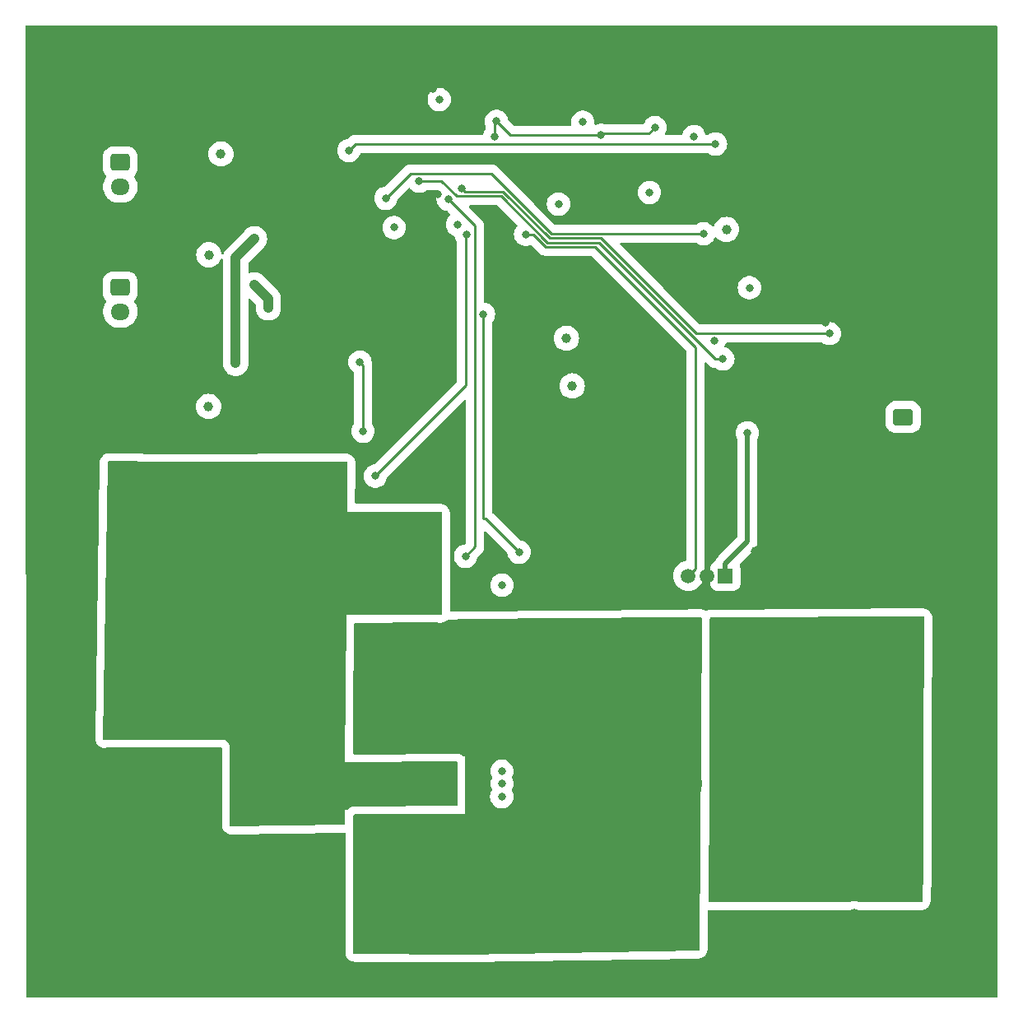
<source format=gbr>
%TF.GenerationSoftware,KiCad,Pcbnew,8.0.5*%
%TF.CreationDate,2024-11-15T14:42:50+00:00*%
%TF.ProjectId,PA_Power_V1,50415f50-6f77-4657-925f-56312e6b6963,rev?*%
%TF.SameCoordinates,Original*%
%TF.FileFunction,Copper,L4,Bot*%
%TF.FilePolarity,Positive*%
%FSLAX46Y46*%
G04 Gerber Fmt 4.6, Leading zero omitted, Abs format (unit mm)*
G04 Created by KiCad (PCBNEW 8.0.5) date 2024-11-15 14:42:50*
%MOMM*%
%LPD*%
G01*
G04 APERTURE LIST*
G04 Aperture macros list*
%AMRoundRect*
0 Rectangle with rounded corners*
0 $1 Rounding radius*
0 $2 $3 $4 $5 $6 $7 $8 $9 X,Y pos of 4 corners*
0 Add a 4 corners polygon primitive as box body*
4,1,4,$2,$3,$4,$5,$6,$7,$8,$9,$2,$3,0*
0 Add four circle primitives for the rounded corners*
1,1,$1+$1,$2,$3*
1,1,$1+$1,$4,$5*
1,1,$1+$1,$6,$7*
1,1,$1+$1,$8,$9*
0 Add four rect primitives between the rounded corners*
20,1,$1+$1,$2,$3,$4,$5,0*
20,1,$1+$1,$4,$5,$6,$7,0*
20,1,$1+$1,$6,$7,$8,$9,0*
20,1,$1+$1,$8,$9,$2,$3,0*%
%AMHorizOval*
0 Thick line with rounded ends*
0 $1 width*
0 $2 $3 position (X,Y) of the first rounded end (center of the circle)*
0 $4 $5 position (X,Y) of the second rounded end (center of the circle)*
0 Add line between two ends*
20,1,$1,$2,$3,$4,$5,0*
0 Add two circle primitives to create the rounded ends*
1,1,$1,$2,$3*
1,1,$1,$4,$5*%
G04 Aperture macros list end*
%TA.AperFunction,ComponentPad*%
%ADD10RoundRect,0.250000X-0.725000X0.600000X-0.725000X-0.600000X0.725000X-0.600000X0.725000X0.600000X0*%
%TD*%
%TA.AperFunction,ComponentPad*%
%ADD11O,1.950000X1.700000*%
%TD*%
%TA.AperFunction,HeatsinkPad*%
%ADD12C,0.500000*%
%TD*%
%TA.AperFunction,HeatsinkPad*%
%ADD13R,1.800000X2.500000*%
%TD*%
%TA.AperFunction,ComponentPad*%
%ADD14RoundRect,0.250000X0.750000X-0.600000X0.750000X0.600000X-0.750000X0.600000X-0.750000X-0.600000X0*%
%TD*%
%TA.AperFunction,ComponentPad*%
%ADD15O,2.000000X1.700000*%
%TD*%
%TA.AperFunction,ComponentPad*%
%ADD16C,1.524000*%
%TD*%
%TA.AperFunction,ComponentPad*%
%ADD17C,2.500000*%
%TD*%
%TA.AperFunction,SMDPad,CuDef*%
%ADD18R,11.800000X25.800000*%
%TD*%
%TA.AperFunction,ComponentPad*%
%ADD19C,5.600000*%
%TD*%
%TA.AperFunction,ComponentPad*%
%ADD20R,1.500000X1.500000*%
%TD*%
%TA.AperFunction,ComponentPad*%
%ADD21C,1.500000*%
%TD*%
%TA.AperFunction,ComponentPad*%
%ADD22HorizOval,0.800000X0.000000X0.000000X0.000000X0.000000X0*%
%TD*%
%TA.AperFunction,ComponentPad*%
%ADD23HorizOval,0.800000X0.000000X0.000000X0.000000X0.000000X0*%
%TD*%
%TA.AperFunction,ComponentPad*%
%ADD24C,0.800000*%
%TD*%
%TA.AperFunction,ComponentPad*%
%ADD25O,9.000000X6.000000*%
%TD*%
%TA.AperFunction,SMDPad,CuDef*%
%ADD26R,11.800000X13.800000*%
%TD*%
%TA.AperFunction,ViaPad*%
%ADD27C,1.000000*%
%TD*%
%TA.AperFunction,ViaPad*%
%ADD28C,0.800000*%
%TD*%
%TA.AperFunction,Conductor*%
%ADD29C,0.500000*%
%TD*%
%TA.AperFunction,Conductor*%
%ADD30C,0.250000*%
%TD*%
%TA.AperFunction,Conductor*%
%ADD31C,1.000000*%
%TD*%
G04 APERTURE END LIST*
D10*
%TO.P,J6,1,Pin_1*%
%TO.N,Net-(D5-A1)*%
X34760000Y-46950000D03*
D11*
%TO.P,J6,2,Pin_2*%
%TO.N,Net-(D4-A1)*%
X34760000Y-49450000D03*
%TO.P,J6,3,Pin_3*%
%TO.N,GND*%
X34760000Y-51950000D03*
%TD*%
D12*
%TO.P,U2,9,EP*%
%TO.N,GND*%
X91320000Y-60390000D03*
X91320000Y-61390000D03*
X91320000Y-62390000D03*
D13*
X91970000Y-61390000D03*
D12*
X92620000Y-60390000D03*
X92620000Y-61390000D03*
X92620000Y-62390000D03*
%TD*%
D14*
%TO.P,J7,1,Pin_1*%
%TO.N,Net-(D7-A1)*%
X115300000Y-60290000D03*
D15*
%TO.P,J7,2,Pin_2*%
%TO.N,GND*%
X115300000Y-57790000D03*
%TD*%
D16*
%TO.P,J4,1,Pin_1*%
%TO.N,Net-(D6-A1)*%
X107000000Y-96033800D03*
X107000000Y-101533800D03*
X107000000Y-107033800D03*
X107121400Y-84060000D03*
X107121400Y-89560000D03*
X109250000Y-96033800D03*
X109250000Y-101533800D03*
X109250000Y-107033800D03*
X109371400Y-84060000D03*
X109371400Y-89560000D03*
D17*
X109500000Y-98533800D03*
X109500000Y-104533800D03*
X109621400Y-86560000D03*
X109621400Y-92560000D03*
D18*
X111500000Y-95533800D03*
D16*
X111500000Y-96033800D03*
X111500000Y-101533800D03*
X111500000Y-107033800D03*
X111621400Y-84060000D03*
X111621400Y-89560000D03*
X113750000Y-96033800D03*
X113750000Y-101533800D03*
X113750000Y-107033800D03*
X113871400Y-84060000D03*
X113871400Y-89560000D03*
D17*
X114580000Y-98533800D03*
X114580000Y-104533800D03*
X114701400Y-86560000D03*
X114701400Y-92560000D03*
D16*
X116000000Y-96033800D03*
X116000000Y-101533800D03*
X116000000Y-107033800D03*
X116121400Y-84060000D03*
X116121400Y-89560000D03*
%TD*%
D10*
%TO.P,J5,1,Pin_1*%
%TO.N,Net-(D5-A1)*%
X34760000Y-34110000D03*
D11*
%TO.P,J5,2,Pin_2*%
%TO.N,Net-(D4-A1)*%
X34760000Y-36610000D03*
%TO.P,J5,3,Pin_3*%
%TO.N,GND*%
X34760000Y-39110000D03*
%TD*%
D19*
%TO.P,H2,1,1*%
%TO.N,GND*%
X31000000Y-114000000D03*
%TD*%
D16*
%TO.P,J1,1,Pin_1*%
%TO.N,Net-(D1-A1)*%
X43890000Y-78940000D03*
X43890000Y-73440000D03*
X43890000Y-67940000D03*
X43768600Y-90913800D03*
X43768600Y-85413800D03*
X41640000Y-78940000D03*
X41640000Y-73440000D03*
X41640000Y-67940000D03*
X41518600Y-90913800D03*
X41518600Y-85413800D03*
D17*
X41390000Y-76440000D03*
X41390000Y-70440000D03*
X41268600Y-88413800D03*
X41268600Y-82413800D03*
D18*
X39390000Y-79440000D03*
D16*
X39390000Y-78940000D03*
X39390000Y-73440000D03*
X39390000Y-67940000D03*
X39268600Y-90913800D03*
X39268600Y-85413800D03*
X37140000Y-78940000D03*
X37140000Y-73440000D03*
X37140000Y-67940000D03*
X37018600Y-90913800D03*
X37018600Y-85413800D03*
D17*
X36310000Y-76440000D03*
X36310000Y-70440000D03*
X36188600Y-88413800D03*
X36188600Y-82413800D03*
D16*
X34890000Y-78940000D03*
X34890000Y-73440000D03*
X34890000Y-67940000D03*
X34768600Y-90913800D03*
X34768600Y-85413800D03*
%TD*%
D20*
%TO.P,U4,1,VCC*%
%TO.N,+3.3V*%
X97000000Y-76620000D03*
D21*
%TO.P,U4,2,GND*%
%TO.N,GND*%
X95090000Y-76620000D03*
%TO.P,U4,3,VIOUT*%
%TO.N,/PA_Current*%
X93180000Y-76620000D03*
D22*
%TO.P,U4,4,IP+*%
%TO.N,Net-(Q1-D)*%
X94040000Y-98650000D03*
D23*
X94040000Y-97390000D03*
D24*
X93290000Y-99680000D03*
X93290000Y-96360000D03*
X92090000Y-100070000D03*
X92090000Y-95970000D03*
X90760000Y-100070000D03*
X90760000Y-95970000D03*
D25*
X90090000Y-98020000D03*
D24*
X89420000Y-100070000D03*
X89420000Y-95970000D03*
X88090000Y-100070000D03*
X88090000Y-95970000D03*
X86890000Y-99680000D03*
X86890000Y-96360000D03*
X86140000Y-98650000D03*
X86140000Y-97390000D03*
%TO.P,U4,5,IP-*%
%TO.N,Net-(D6-A1)*%
X104040000Y-98650000D03*
X104040000Y-97390000D03*
X103290000Y-99680000D03*
X103290000Y-96360000D03*
X102090000Y-100070000D03*
X102090000Y-95970000D03*
X100760000Y-100070000D03*
X100760000Y-95970000D03*
D25*
X100090000Y-98020000D03*
D24*
X99420000Y-100070000D03*
X99420000Y-95970000D03*
X98090000Y-100070000D03*
X98090000Y-95970000D03*
X96890000Y-99680000D03*
X96890000Y-96360000D03*
D23*
X96140000Y-98650000D03*
D22*
X96140000Y-97390000D03*
%TD*%
D19*
%TO.P,H3,1,1*%
%TO.N,GND*%
X119000000Y-26000000D03*
%TD*%
%TO.P,H5,1,1*%
%TO.N,GND*%
X119000000Y-70000000D03*
%TD*%
%TO.P,H4,1,1*%
%TO.N,GND*%
X31000000Y-26000000D03*
%TD*%
D16*
%TO.P,J2,1,Pin_1*%
%TO.N,GND*%
X43830000Y-106670000D03*
X43830000Y-101170000D03*
X43830000Y-95670000D03*
X41580000Y-106670000D03*
X41580000Y-101170000D03*
X41580000Y-95670000D03*
D17*
X41330000Y-104170000D03*
X41330000Y-98170000D03*
D16*
X39330000Y-106670000D03*
X39330000Y-101170000D03*
D26*
X39330000Y-101170000D03*
D16*
X39330000Y-95670000D03*
X37080000Y-106670000D03*
X37080000Y-101170000D03*
X37080000Y-95670000D03*
D17*
X36250000Y-104170000D03*
X36250000Y-98170000D03*
D16*
X34830000Y-106670000D03*
X34830000Y-101170000D03*
X34830000Y-95670000D03*
%TD*%
D19*
%TO.P,H1,1,1*%
%TO.N,GND*%
X119000000Y-114000000D03*
%TD*%
D27*
%TO.N,Net-(U2-EN)*%
X43840000Y-59200000D03*
X81245000Y-57090000D03*
D28*
%TO.N,+3.3V*%
X89190000Y-37190000D03*
X62920000Y-40790000D03*
X99257500Y-61930000D03*
X93767716Y-31419995D03*
X95836956Y-52475000D03*
X82330000Y-29950000D03*
X67570000Y-27630000D03*
X79828009Y-38381993D03*
X74030000Y-98010000D03*
X69450620Y-40501829D03*
X99475000Y-46992500D03*
%TO.N,GND*%
X97790000Y-45620000D03*
D27*
X72560000Y-118050000D03*
X92155000Y-63740000D03*
X103670000Y-111520000D03*
X46940000Y-116630000D03*
X92155000Y-59040000D03*
X118820000Y-84480000D03*
D28*
X114450000Y-43360000D03*
X107290000Y-50550000D03*
D27*
X110270000Y-111380000D03*
X123750000Y-100110000D03*
X100170000Y-79020000D03*
X95040000Y-79610000D03*
X26480000Y-76850000D03*
X118820000Y-100150000D03*
X122920000Y-79020000D03*
X91670000Y-79600000D03*
D28*
X115560000Y-47500000D03*
D27*
X118820000Y-89160000D03*
X51530000Y-108680000D03*
X115840000Y-79020000D03*
D28*
X80047931Y-34775000D03*
D27*
X89280000Y-55920000D03*
D28*
X112450000Y-57350000D03*
D27*
X123750000Y-94930000D03*
X56110000Y-104380000D03*
X46940000Y-112900000D03*
D28*
X111812500Y-53107546D03*
D27*
X56110000Y-116380000D03*
X118820000Y-94970000D03*
X41920000Y-117010000D03*
X56110000Y-108350000D03*
X104850000Y-79020000D03*
X99370000Y-30560000D03*
X80230000Y-79600000D03*
D28*
X99810000Y-36320000D03*
D27*
X51530000Y-104380000D03*
D28*
X106687142Y-46290658D03*
D27*
X104810000Y-74090000D03*
D28*
X89180000Y-74290000D03*
D27*
X123750000Y-89120000D03*
X115800000Y-74090000D03*
X78020000Y-61910000D03*
X123750000Y-107190000D03*
X122880000Y-74090000D03*
D28*
X66930000Y-26500000D03*
D27*
X31410000Y-87300000D03*
X110660000Y-79020000D03*
D28*
X79990000Y-72360000D03*
D27*
X83470000Y-79580000D03*
X123750000Y-84440000D03*
X26480000Y-99600000D03*
X86605000Y-62190000D03*
D28*
X115160000Y-33440000D03*
D27*
X31410000Y-99560000D03*
D28*
X64560000Y-67230000D03*
X73750000Y-41160000D03*
D27*
X76750000Y-79590000D03*
X59380000Y-118080000D03*
X31410000Y-81490000D03*
X31410000Y-92480000D03*
D28*
X61680000Y-61700000D03*
D27*
X31410000Y-76810000D03*
X36990000Y-112230000D03*
X56110000Y-112650000D03*
D28*
X55890000Y-34360000D03*
X55050000Y-40770000D03*
D27*
X51530000Y-116570000D03*
X86020000Y-79590000D03*
X26480000Y-87340000D03*
X100130000Y-74090000D03*
D28*
X101987500Y-45492500D03*
X83000000Y-26710000D03*
D27*
X118820000Y-107230000D03*
X78352233Y-47438859D03*
X26480000Y-81530000D03*
D28*
X109190000Y-45430000D03*
D27*
X46940000Y-104440000D03*
X110620000Y-74090000D03*
X94270000Y-118030000D03*
X36820000Y-51900000D03*
X41920000Y-112190000D03*
D28*
X36850000Y-39040000D03*
D27*
X46940000Y-108740000D03*
X51530000Y-112840000D03*
X26480000Y-105630000D03*
X88540000Y-79560000D03*
D28*
X77448008Y-37490000D03*
D27*
X36990000Y-117050000D03*
D28*
X84320000Y-72840000D03*
D27*
X96110000Y-112420000D03*
X26480000Y-92520000D03*
X31410000Y-105590000D03*
D28*
X43520000Y-28270000D03*
X67390000Y-37370000D03*
D27*
%TO.N,Net-(Q1-D)*%
X84890000Y-114280000D03*
X92050000Y-84700000D03*
X76620000Y-82370000D03*
X76560000Y-88200000D03*
D28*
X67030000Y-84640000D03*
X67000000Y-108310000D03*
X61270000Y-108310000D03*
D27*
X84940000Y-88200000D03*
X85080000Y-103080000D03*
D28*
X72200000Y-108240000D03*
X71060000Y-84570000D03*
D27*
X91880000Y-111120000D03*
X77280000Y-100440000D03*
D28*
X62670000Y-92860000D03*
X66980000Y-93030000D03*
D27*
X77050000Y-108140000D03*
X77280000Y-103360000D03*
X89000000Y-94010000D03*
D28*
X66980000Y-88920000D03*
X62590000Y-89040000D03*
D27*
X85980000Y-82370000D03*
X80690000Y-114610000D03*
X91940000Y-90590000D03*
X81060000Y-103220000D03*
X84990000Y-94010000D03*
X80640000Y-94010000D03*
X88960000Y-88200000D03*
D28*
X72140000Y-103810000D03*
X61720000Y-113060000D03*
D27*
X76650000Y-94010000D03*
D28*
X70960000Y-89000000D03*
D27*
X88530000Y-114280000D03*
X83460000Y-82370000D03*
X88580000Y-108280000D03*
D28*
X72140000Y-112960000D03*
D27*
X76670000Y-114890000D03*
X88530000Y-82370000D03*
X80240000Y-82370000D03*
X88770000Y-102940000D03*
X84990000Y-108420000D03*
X77090000Y-96560000D03*
D28*
X67130000Y-103710000D03*
D27*
X91990000Y-105240000D03*
D28*
X62570000Y-84780000D03*
D27*
X81110000Y-108180000D03*
D28*
X66970000Y-112840000D03*
X70880000Y-92670000D03*
X61510000Y-103600000D03*
D27*
X80370000Y-88200000D03*
D28*
%TO.N,/PA_Current*%
X76455000Y-41485000D03*
%TO.N,/PA_Voltage*%
X70350620Y-41490000D03*
X60990000Y-66370000D03*
%TO.N,/Vgg_Voltage*%
X107710000Y-51700000D03*
X69850528Y-36795000D03*
D27*
%TO.N,+12V*%
X97110000Y-40990000D03*
X80655000Y-52188161D03*
D28*
%TO.N,/Vgg_On*%
X94760000Y-41440000D03*
X62070000Y-37780000D03*
D27*
%TO.N,Net-(D1-A1)*%
X56110000Y-91340000D03*
X56130000Y-83830000D03*
X51610000Y-77310000D03*
X46910000Y-96390000D03*
X51550000Y-83690000D03*
X66510000Y-71160000D03*
X63600000Y-71140000D03*
X51610000Y-70840000D03*
X47010000Y-99870000D03*
D28*
X62790000Y-99760000D03*
X62820000Y-98680000D03*
D27*
X62980000Y-77180000D03*
X46960000Y-83750000D03*
X56110000Y-86810000D03*
X46810000Y-80090000D03*
D28*
X67790000Y-98770000D03*
X67780000Y-99820000D03*
D27*
X51620000Y-66590000D03*
X51600000Y-99810000D03*
X51610000Y-80100000D03*
X51500000Y-96330000D03*
X51610000Y-74410000D03*
D28*
X66640000Y-99820000D03*
D27*
X66730000Y-77030000D03*
D28*
X66730000Y-96660000D03*
D27*
X56290000Y-77200000D03*
X46810000Y-77300000D03*
X60920000Y-71110000D03*
X46940000Y-86960000D03*
X63560000Y-74410000D03*
X51530000Y-86900000D03*
D28*
X59700000Y-99740000D03*
D27*
X66710000Y-79790000D03*
X46820000Y-66580000D03*
X46810000Y-70830000D03*
X60980000Y-79930000D03*
X56290000Y-70730000D03*
D28*
X67870000Y-96660000D03*
D27*
X46940000Y-91500000D03*
X56290000Y-74410000D03*
X56290000Y-79990000D03*
X56110000Y-99850000D03*
X46810000Y-74410000D03*
X51530000Y-91440000D03*
X62960000Y-79940000D03*
X56110000Y-96400000D03*
X56300000Y-66480000D03*
X66540000Y-74500000D03*
D28*
X62820000Y-97660000D03*
X67840000Y-97690000D03*
X59800000Y-96650000D03*
X66650000Y-98770000D03*
X66700000Y-97690000D03*
X62900000Y-96580000D03*
X59710000Y-98260000D03*
D27*
X60980000Y-77140000D03*
X60980000Y-74410000D03*
%TO.N,Net-(D6-A1)*%
X111290000Y-109420000D03*
X97060000Y-91570000D03*
X104120000Y-85890000D03*
X99330000Y-89380000D03*
X104120000Y-89480000D03*
X103670000Y-105570000D03*
X97060000Y-87720000D03*
X104120000Y-82010000D03*
X99330000Y-85790000D03*
X96840000Y-103700000D03*
X96730000Y-108570000D03*
X104120000Y-93320000D03*
X103670000Y-102200000D03*
X97060000Y-83950000D03*
X99330000Y-81910000D03*
X99530000Y-105600000D03*
X99330000Y-93220000D03*
X99530000Y-102230000D03*
D28*
%TO.N,Net-(C10-Pad1)*%
X59410000Y-54640000D03*
X59730000Y-61740000D03*
D27*
%TO.N,Net-(C13-Pad1)*%
X48540000Y-46680000D03*
X49980000Y-49060000D03*
D28*
%TO.N,Net-(D3-A)*%
X72120000Y-49710000D03*
X75780000Y-74190000D03*
D27*
%TO.N,Net-(D4-A1)*%
X43860965Y-43609035D03*
X45110000Y-33220000D03*
D28*
%TO.N,Net-(J3-Pin_4)*%
X84210000Y-31310000D03*
X73290000Y-31419995D03*
X73451523Y-29869995D03*
X89740000Y-30519995D03*
D27*
%TO.N,Net-(C16-Pad1)*%
X48560000Y-41940000D03*
X46620000Y-54770000D03*
D28*
%TO.N,Net-(D2-A)*%
X74020000Y-77590749D03*
X74010000Y-96740002D03*
%TO.N,/Vgg Cntrl*%
X95985005Y-32194995D03*
X58270000Y-32880000D03*
%TO.N,Net-(U5-AIN3)*%
X70280000Y-74610000D03*
X68490000Y-37880000D03*
X74000000Y-99340000D03*
%TO.N,/12V_Good*%
X96740000Y-54316992D03*
X65510000Y-36015000D03*
%TD*%
D29*
%TO.N,+3.3V*%
X97000000Y-75370000D02*
X99257500Y-73112500D01*
X99257500Y-73112500D02*
X99257500Y-61930000D01*
X97000000Y-76620000D02*
X97000000Y-75370000D01*
D30*
%TO.N,/PA_Current*%
X93180000Y-76620000D02*
X93930000Y-75870000D01*
X77220812Y-41480000D02*
X76460000Y-41480000D01*
X78530812Y-42790000D02*
X77220812Y-41480000D01*
X83590000Y-42790000D02*
X78530812Y-42790000D01*
X76460000Y-41480000D02*
X76455000Y-41485000D01*
X93930000Y-53130000D02*
X83590000Y-42790000D01*
X93930000Y-75870000D02*
X93930000Y-53130000D01*
%TO.N,/PA_Voltage*%
X70320000Y-41520620D02*
X70350620Y-41490000D01*
X60990000Y-66370000D02*
X70320000Y-57040000D01*
X70320000Y-57040000D02*
X70320000Y-41520620D01*
%TO.N,/Vgg_Voltage*%
X74143604Y-37130000D02*
X70185528Y-37130000D01*
X84192792Y-41890000D02*
X78903604Y-41890000D01*
X107710000Y-51700000D02*
X94002792Y-51700000D01*
X78903604Y-41890000D02*
X74143604Y-37130000D01*
X70185528Y-37130000D02*
X69850528Y-36795000D01*
X94002792Y-51700000D02*
X84192792Y-41890000D01*
%TO.N,/Vgg_On*%
X64610000Y-35240000D02*
X62070000Y-37780000D01*
X79090000Y-41440000D02*
X72890000Y-35240000D01*
X94760000Y-41440000D02*
X79090000Y-41440000D01*
X72890000Y-35240000D02*
X64610000Y-35240000D01*
%TO.N,Net-(C10-Pad1)*%
X59730000Y-54960000D02*
X59410000Y-54640000D01*
X59730000Y-61740000D02*
X59730000Y-55260000D01*
X59730000Y-55260000D02*
X59730000Y-54960000D01*
D31*
%TO.N,Net-(C13-Pad1)*%
X49980000Y-49060000D02*
X49980000Y-48120000D01*
X49980000Y-48120000D02*
X48540000Y-46680000D01*
D30*
%TO.N,Net-(D3-A)*%
X72120000Y-70710000D02*
X72300000Y-70710000D01*
X72120000Y-49710000D02*
X72120000Y-70710000D01*
X72300000Y-70710000D02*
X75780000Y-74190000D01*
%TO.N,Net-(J3-Pin_4)*%
X89810000Y-30589995D02*
X89740000Y-30519995D01*
X84210000Y-31310000D02*
X74891528Y-31310000D01*
X89119995Y-31140000D02*
X89740000Y-30519995D01*
X84380000Y-31140000D02*
X89119995Y-31140000D01*
X73290000Y-30031518D02*
X73451523Y-29869995D01*
X74891528Y-31310000D02*
X73451523Y-29869995D01*
X84210000Y-31310000D02*
X84380000Y-31140000D01*
X73290000Y-31419995D02*
X73290000Y-30031518D01*
D31*
%TO.N,Net-(C16-Pad1)*%
X46620000Y-54770000D02*
X46620000Y-43890000D01*
X48560000Y-41950000D02*
X48560000Y-41940000D01*
X46620000Y-43890000D02*
X48560000Y-41950000D01*
D30*
%TO.N,/Vgg Cntrl*%
X69474995Y-32194995D02*
X95985005Y-32194995D01*
X58960000Y-32190000D02*
X69470000Y-32190000D01*
X69470000Y-32190000D02*
X69474995Y-32194995D01*
X58270000Y-32880000D02*
X58960000Y-32190000D01*
%TO.N,Net-(U5-AIN3)*%
X71240000Y-73650000D02*
X70280000Y-74610000D01*
X68490000Y-37880000D02*
X71240000Y-40630000D01*
X71240000Y-40630000D02*
X71240000Y-73650000D01*
%TO.N,/12V_Good*%
X78717208Y-42340000D02*
X73957208Y-37580000D01*
X69330000Y-37580000D02*
X67765000Y-36015000D01*
X96740000Y-54316992D02*
X95983388Y-54316992D01*
X73957208Y-37580000D02*
X69330000Y-37580000D01*
X84006396Y-42340000D02*
X78717208Y-42340000D01*
X67765000Y-36015000D02*
X65510000Y-36015000D01*
X95983388Y-54316992D02*
X84006396Y-42340000D01*
%TD*%
%TA.AperFunction,Conductor*%
%TO.N,Net-(D1-A1)*%
G36*
X67736404Y-70049830D02*
G01*
X67803415Y-70069607D01*
X67849098Y-70122473D01*
X67860233Y-70173596D01*
X67879763Y-80514862D01*
X67860205Y-80581938D01*
X67807487Y-80627793D01*
X67754865Y-80639093D01*
X67047563Y-80633967D01*
X66500000Y-80630000D01*
X66499978Y-80630000D01*
X66499976Y-80630000D01*
X58004963Y-80638221D01*
X58095696Y-70036605D01*
X67736404Y-70049830D01*
G37*
%TD.AperFunction*%
%TD*%
%TA.AperFunction,Conductor*%
%TO.N,Net-(D1-A1)*%
G36*
X39530000Y-64930000D02*
G01*
X58014464Y-64860472D01*
X58081577Y-64879904D01*
X58127530Y-64932536D01*
X58138925Y-64985532D01*
X58095695Y-70036604D01*
X58095696Y-70036604D01*
X58004963Y-80638223D01*
X58004962Y-80638224D01*
X57875183Y-95802051D01*
X57875184Y-95802050D01*
X57833074Y-100722350D01*
X57833073Y-100722351D01*
X57821037Y-102128820D01*
X57800780Y-102195689D01*
X57747586Y-102240990D01*
X57698830Y-102251746D01*
X46156288Y-102418158D01*
X46088971Y-102399442D01*
X46042460Y-102347303D01*
X46030500Y-102294171D01*
X46030500Y-94225043D01*
X46030499Y-94225039D01*
X46015369Y-94090750D01*
X46015368Y-94090745D01*
X45955788Y-93920476D01*
X45859815Y-93767737D01*
X45732262Y-93640184D01*
X45579523Y-93544211D01*
X45409254Y-93484631D01*
X45409249Y-93484630D01*
X45274960Y-93469500D01*
X45274954Y-93469500D01*
X33385046Y-93469500D01*
X33385039Y-93469500D01*
X33250750Y-93484630D01*
X33250742Y-93484632D01*
X33156388Y-93517648D01*
X33086609Y-93521209D01*
X33025982Y-93486480D01*
X32993755Y-93424486D01*
X32991449Y-93398708D01*
X33428097Y-64963910D01*
X33448808Y-64897182D01*
X33502308Y-64852243D01*
X33553910Y-64841828D01*
X39530000Y-64930000D01*
G37*
%TD.AperFunction*%
%TD*%
%TA.AperFunction,Conductor*%
%TO.N,Net-(Q1-D)*%
G36*
X70210000Y-115569979D02*
G01*
X70210000Y-115569986D01*
X70208728Y-115569994D01*
X58853460Y-115520537D01*
X58786507Y-115500560D01*
X58740982Y-115447558D01*
X58730000Y-115396538D01*
X58730000Y-101283360D01*
X58749685Y-101216321D01*
X58802489Y-101170566D01*
X58853356Y-101159362D01*
X70251977Y-101100454D01*
X70210000Y-115569979D01*
G37*
%TD.AperFunction*%
%TD*%
%TA.AperFunction,Conductor*%
%TO.N,Net-(Q1-D)*%
G36*
X70269181Y-95170184D02*
G01*
X70269180Y-95170185D01*
X70269181Y-95170185D01*
X70032484Y-95171610D01*
X69965328Y-95152329D01*
X69943847Y-95135083D01*
X69939113Y-95130326D01*
X69791733Y-95026342D01*
X69624906Y-94957758D01*
X69624891Y-94957753D01*
X69557728Y-94938597D01*
X69509942Y-94926535D01*
X69509927Y-94926532D01*
X69330538Y-94907726D01*
X58813694Y-94989251D01*
X58746504Y-94970087D01*
X58700341Y-94917639D01*
X58688738Y-94864196D01*
X58719827Y-91231649D01*
X58815870Y-81565580D01*
X58836220Y-81498742D01*
X58889476Y-81453514D01*
X58939738Y-81442816D01*
X66497095Y-81435503D01*
X66497862Y-81435505D01*
X66990627Y-81439074D01*
X66990628Y-81439075D01*
X67041725Y-81439445D01*
X67041725Y-81439446D01*
X67749027Y-81444572D01*
X67923982Y-81426640D01*
X67976604Y-81415340D01*
X68020078Y-81404733D01*
X68163455Y-81347584D01*
X68187631Y-81337948D01*
X68187634Y-81337946D01*
X68336126Y-81235552D01*
X68388844Y-81189697D01*
X68435947Y-81143370D01*
X68497545Y-81110396D01*
X68522344Y-81107779D01*
X70310000Y-81100000D01*
X70269181Y-95170184D01*
G37*
%TD.AperFunction*%
%TD*%
%TA.AperFunction,Conductor*%
%TO.N,GND*%
G36*
X124943039Y-20019685D02*
G01*
X124988794Y-20072489D01*
X125000000Y-20124000D01*
X125000000Y-119876000D01*
X124980315Y-119943039D01*
X124927511Y-119988794D01*
X124876000Y-120000000D01*
X50055000Y-120000000D01*
X25183888Y-119990049D01*
X25116857Y-119970338D01*
X25071123Y-119917515D01*
X25059938Y-119866111D01*
X25058192Y-116375420D01*
X25046696Y-93386316D01*
X32186044Y-93386316D01*
X32186044Y-93386366D01*
X32189150Y-93470440D01*
X32189152Y-93470472D01*
X32191458Y-93496253D01*
X32191459Y-93496258D01*
X32214299Y-93627660D01*
X32214301Y-93627665D01*
X32253772Y-93730285D01*
X32279055Y-93796015D01*
X32279057Y-93796021D01*
X32311275Y-93857997D01*
X32311283Y-93858012D01*
X32361989Y-93942488D01*
X32361990Y-93942489D01*
X32361992Y-93942492D01*
X32480111Y-94078811D01*
X32625604Y-94185427D01*
X32686231Y-94220156D01*
X32774558Y-94263809D01*
X32947625Y-94314628D01*
X33127662Y-94325662D01*
X33197441Y-94322101D01*
X33246576Y-94318083D01*
X33246580Y-94318082D01*
X33246581Y-94318082D01*
X33421716Y-94278109D01*
X33449309Y-94275000D01*
X45101000Y-94275000D01*
X45168039Y-94294685D01*
X45213794Y-94347489D01*
X45225000Y-94399000D01*
X45225000Y-102294170D01*
X45244662Y-102471056D01*
X45244663Y-102471066D01*
X45256624Y-102524203D01*
X45268240Y-102569596D01*
X45268243Y-102569606D01*
X45293715Y-102631256D01*
X45337121Y-102736312D01*
X45441371Y-102883514D01*
X45487876Y-102935646D01*
X45487880Y-102935650D01*
X45557850Y-103005033D01*
X45705923Y-103108035D01*
X45873204Y-103175506D01*
X45873205Y-103175506D01*
X45873207Y-103175507D01*
X45885012Y-103178789D01*
X45940521Y-103194222D01*
X45988387Y-103205965D01*
X46167900Y-103223574D01*
X57710442Y-103057162D01*
X57786178Y-103048354D01*
X57855040Y-103060162D01*
X57906588Y-103107327D01*
X57924500Y-103171524D01*
X57924500Y-115396538D01*
X57937999Y-115523405D01*
X57942536Y-115566038D01*
X57953516Y-115617052D01*
X57962734Y-115655307D01*
X58028471Y-115823268D01*
X58028474Y-115823274D01*
X58092928Y-115918001D01*
X58129941Y-115972400D01*
X58129943Y-115972403D01*
X58129945Y-115972405D01*
X58129948Y-115972410D01*
X58175452Y-116025387D01*
X58175478Y-116025416D01*
X58244096Y-116096061D01*
X58244102Y-116096066D01*
X58244104Y-116096068D01*
X58390217Y-116201833D01*
X58556200Y-116272434D01*
X58623153Y-116292411D01*
X58670801Y-116305053D01*
X58849952Y-116326029D01*
X70190362Y-116375421D01*
X70191263Y-116375601D01*
X70213257Y-116375480D01*
X70213673Y-116375478D01*
X70213794Y-116375478D01*
X70214055Y-116375475D01*
X70214327Y-116375474D01*
X70214435Y-116375473D01*
X70214436Y-116375474D01*
X70215707Y-116375467D01*
X70224277Y-116375374D01*
X94251788Y-115987352D01*
X94251796Y-115987351D01*
X94251797Y-115987351D01*
X94413832Y-115968205D01*
X94413832Y-115968204D01*
X94413840Y-115968204D01*
X94462625Y-115957342D01*
X94493700Y-115949773D01*
X94661804Y-115884381D01*
X94811142Y-115783222D01*
X94864238Y-115737807D01*
X94935060Y-115669300D01*
X95041124Y-115523405D01*
X95112064Y-115357566D01*
X95132178Y-115290654D01*
X95144916Y-115243040D01*
X95166260Y-115063933D01*
X95191503Y-111127014D01*
X95211617Y-111060105D01*
X95264713Y-111014690D01*
X95329386Y-111004592D01*
X95422888Y-111015129D01*
X95424087Y-111015129D01*
X109674598Y-111015370D01*
X109848938Y-110996280D01*
X109901344Y-110984663D01*
X110067436Y-110928284D01*
X110090230Y-110917654D01*
X110110524Y-110910267D01*
X110173241Y-110893462D01*
X110194516Y-110889711D01*
X110259198Y-110884053D01*
X110280800Y-110884053D01*
X110345477Y-110889711D01*
X110366761Y-110893464D01*
X110429470Y-110910267D01*
X110449776Y-110917658D01*
X110472605Y-110928303D01*
X110638671Y-110984676D01*
X110691073Y-110996294D01*
X110865412Y-111015390D01*
X117165305Y-111015497D01*
X117333987Y-110997640D01*
X117384771Y-110986765D01*
X117422205Y-110977808D01*
X117590311Y-110912423D01*
X117739653Y-110811270D01*
X117792751Y-110765857D01*
X117863573Y-110697356D01*
X117969644Y-110551466D01*
X118040591Y-110385630D01*
X118060708Y-110318719D01*
X118073448Y-110271108D01*
X118094801Y-110092002D01*
X118102793Y-108854846D01*
X118121798Y-108789673D01*
X118125789Y-108783322D01*
X118185368Y-108613055D01*
X118200500Y-108478754D01*
X118200500Y-93731086D01*
X118200503Y-93730285D01*
X118202725Y-93386316D01*
X118283195Y-80930311D01*
X118264893Y-80754296D01*
X118253409Y-80701372D01*
X118242410Y-80656844D01*
X118175032Y-80489526D01*
X118072112Y-80341396D01*
X118026071Y-80288841D01*
X117956732Y-80218837D01*
X117930562Y-80200281D01*
X117809593Y-80114509D01*
X117809587Y-80114506D01*
X117642924Y-80045536D01*
X117575763Y-80026210D01*
X117528022Y-80014042D01*
X117528015Y-80014041D01*
X117348664Y-79994819D01*
X95507088Y-80113471D01*
X95507086Y-80113471D01*
X95389886Y-80126464D01*
X95339317Y-80132070D01*
X95339313Y-80132070D01*
X95339311Y-80132071D01*
X95288817Y-80143118D01*
X95252242Y-80152021D01*
X95084361Y-80217973D01*
X95078679Y-80220978D01*
X95010213Y-80234915D01*
X94949403Y-80212803D01*
X94907796Y-80183554D01*
X94907793Y-80183552D01*
X94907791Y-80183551D01*
X94907788Y-80183549D01*
X94907779Y-80183545D01*
X94740858Y-80115258D01*
X94740850Y-80115255D01*
X94740846Y-80115254D01*
X94673625Y-80096206D01*
X94658736Y-80092475D01*
X94625813Y-80084224D01*
X94446388Y-80065728D01*
X91768325Y-80091108D01*
X91737083Y-80092011D01*
X91727483Y-80092475D01*
X91696203Y-80094598D01*
X91680139Y-80096003D01*
X91661527Y-80096228D01*
X91625788Y-80093972D01*
X91613917Y-80093511D01*
X91574978Y-80092940D01*
X70304761Y-80294512D01*
X70304126Y-80294517D01*
X68809167Y-80301023D01*
X68742042Y-80281630D01*
X68696058Y-80229026D01*
X68684627Y-80177258D01*
X68684579Y-80152021D01*
X68679742Y-77590748D01*
X72814357Y-77590748D01*
X72814357Y-77590749D01*
X72834884Y-77812284D01*
X72834885Y-77812286D01*
X72895769Y-78026272D01*
X72895775Y-78026287D01*
X72994938Y-78225432D01*
X72994943Y-78225440D01*
X73129020Y-78402987D01*
X73293437Y-78552872D01*
X73293439Y-78552874D01*
X73482595Y-78669994D01*
X73482596Y-78669994D01*
X73482599Y-78669996D01*
X73690060Y-78750367D01*
X73908757Y-78791249D01*
X73908759Y-78791249D01*
X74131241Y-78791249D01*
X74131243Y-78791249D01*
X74349940Y-78750367D01*
X74557401Y-78669996D01*
X74746562Y-78552873D01*
X74910981Y-78402985D01*
X75045058Y-78225438D01*
X75144229Y-78026277D01*
X75205115Y-77812285D01*
X75225643Y-77590749D01*
X75205115Y-77369213D01*
X75144229Y-77155221D01*
X75144224Y-77155210D01*
X75045061Y-76956065D01*
X75045056Y-76956057D01*
X74910979Y-76778510D01*
X74746562Y-76628625D01*
X74746560Y-76628623D01*
X74557404Y-76511503D01*
X74557398Y-76511501D01*
X74349940Y-76431131D01*
X74131243Y-76390249D01*
X73908757Y-76390249D01*
X73690060Y-76431131D01*
X73558864Y-76481956D01*
X73482601Y-76511501D01*
X73482595Y-76511503D01*
X73293439Y-76628623D01*
X73293437Y-76628625D01*
X73129020Y-76778510D01*
X72994943Y-76956057D01*
X72994938Y-76956065D01*
X72895775Y-77155210D01*
X72895769Y-77155225D01*
X72834885Y-77369211D01*
X72834884Y-77369213D01*
X72814357Y-77590748D01*
X68679742Y-77590748D01*
X68665732Y-70172075D01*
X68647280Y-70002171D01*
X68636145Y-69951048D01*
X68635871Y-69949925D01*
X68626728Y-69912420D01*
X68626724Y-69912408D01*
X68626724Y-69912407D01*
X68560483Y-69744635D01*
X68458571Y-69595811D01*
X68458568Y-69595808D01*
X68458565Y-69595803D01*
X68412899Y-69542957D01*
X68412890Y-69542947D01*
X68344042Y-69472487D01*
X68344040Y-69472485D01*
X68197615Y-69367157D01*
X68197614Y-69367156D01*
X68031420Y-69297050D01*
X67964409Y-69277273D01*
X67916722Y-69264772D01*
X67737509Y-69244331D01*
X59033001Y-69232389D01*
X58965988Y-69212612D01*
X58920306Y-69159746D01*
X58909176Y-69107332D01*
X58932605Y-66369999D01*
X59784357Y-66369999D01*
X59784357Y-66370000D01*
X59804884Y-66591535D01*
X59804885Y-66591537D01*
X59865769Y-66805523D01*
X59865775Y-66805538D01*
X59964938Y-67004683D01*
X59964943Y-67004691D01*
X60099020Y-67182238D01*
X60263437Y-67332123D01*
X60263439Y-67332125D01*
X60452595Y-67449245D01*
X60452596Y-67449245D01*
X60452599Y-67449247D01*
X60660060Y-67529618D01*
X60878757Y-67570500D01*
X60878759Y-67570500D01*
X61101241Y-67570500D01*
X61101243Y-67570500D01*
X61319940Y-67529618D01*
X61527401Y-67449247D01*
X61716562Y-67332124D01*
X61880981Y-67182236D01*
X62015058Y-67004689D01*
X62114229Y-66805528D01*
X62175115Y-66591536D01*
X62180971Y-66528332D01*
X62206756Y-66463395D01*
X62216753Y-66452100D01*
X70102819Y-58566035D01*
X70164142Y-58532550D01*
X70233834Y-58537534D01*
X70289767Y-58579406D01*
X70314184Y-58644870D01*
X70314500Y-58653716D01*
X70314500Y-73215283D01*
X70294815Y-73282322D01*
X70278185Y-73302959D01*
X70203384Y-73377761D01*
X70199460Y-73381685D01*
X70138136Y-73415169D01*
X70134573Y-73415890D01*
X69950060Y-73450382D01*
X69818864Y-73501207D01*
X69742601Y-73530752D01*
X69742595Y-73530754D01*
X69553439Y-73647874D01*
X69553437Y-73647876D01*
X69389020Y-73797761D01*
X69254943Y-73975308D01*
X69254938Y-73975316D01*
X69155775Y-74174461D01*
X69155769Y-74174476D01*
X69094885Y-74388462D01*
X69094884Y-74388464D01*
X69074357Y-74609999D01*
X69074357Y-74610000D01*
X69094884Y-74831535D01*
X69094885Y-74831537D01*
X69155769Y-75045523D01*
X69155775Y-75045538D01*
X69254938Y-75244683D01*
X69254943Y-75244691D01*
X69389020Y-75422238D01*
X69553437Y-75572123D01*
X69553439Y-75572125D01*
X69742595Y-75689245D01*
X69742596Y-75689245D01*
X69742599Y-75689247D01*
X69950060Y-75769618D01*
X70168757Y-75810500D01*
X70168759Y-75810500D01*
X70391241Y-75810500D01*
X70391243Y-75810500D01*
X70609940Y-75769618D01*
X70817401Y-75689247D01*
X71006562Y-75572124D01*
X71170981Y-75422236D01*
X71305058Y-75244689D01*
X71404229Y-75045528D01*
X71465115Y-74831536D01*
X71470971Y-74768332D01*
X71496756Y-74703395D01*
X71506745Y-74692108D01*
X71958883Y-74239972D01*
X72060167Y-74088389D01*
X72129933Y-73919958D01*
X72141572Y-73861445D01*
X72165500Y-73741156D01*
X72165500Y-72183717D01*
X72185185Y-72116678D01*
X72237989Y-72070923D01*
X72307147Y-72060979D01*
X72370703Y-72090004D01*
X72377181Y-72096036D01*
X74553238Y-74272093D01*
X74586723Y-74333416D01*
X74589028Y-74348332D01*
X74594885Y-74411535D01*
X74594885Y-74411537D01*
X74655769Y-74625523D01*
X74655775Y-74625538D01*
X74754938Y-74824683D01*
X74754943Y-74824691D01*
X74889020Y-75002238D01*
X75053437Y-75152123D01*
X75053439Y-75152125D01*
X75242595Y-75269245D01*
X75242596Y-75269245D01*
X75242599Y-75269247D01*
X75450060Y-75349618D01*
X75668757Y-75390500D01*
X75668759Y-75390500D01*
X75891241Y-75390500D01*
X75891243Y-75390500D01*
X76109940Y-75349618D01*
X76317401Y-75269247D01*
X76506562Y-75152124D01*
X76670981Y-75002236D01*
X76805058Y-74824689D01*
X76904229Y-74625528D01*
X76965115Y-74411536D01*
X76985643Y-74190000D01*
X76965115Y-73968464D01*
X76904229Y-73754472D01*
X76904224Y-73754461D01*
X76805061Y-73555316D01*
X76805056Y-73555308D01*
X76670979Y-73377761D01*
X76506562Y-73227876D01*
X76506560Y-73227874D01*
X76317404Y-73110754D01*
X76317398Y-73110752D01*
X76109940Y-73030382D01*
X75925433Y-72995891D01*
X75863154Y-72964224D01*
X75860539Y-72961684D01*
X73081819Y-70182964D01*
X73048334Y-70121641D01*
X73045500Y-70095283D01*
X73045500Y-57089998D01*
X79939532Y-57089998D01*
X79939532Y-57090001D01*
X79959364Y-57316686D01*
X79959366Y-57316697D01*
X80018258Y-57536488D01*
X80018261Y-57536497D01*
X80114431Y-57742732D01*
X80114432Y-57742734D01*
X80244954Y-57929141D01*
X80405858Y-58090045D01*
X80405861Y-58090047D01*
X80592266Y-58220568D01*
X80798504Y-58316739D01*
X81018308Y-58375635D01*
X81180230Y-58389801D01*
X81244998Y-58395468D01*
X81245000Y-58395468D01*
X81245002Y-58395468D01*
X81301673Y-58390509D01*
X81471692Y-58375635D01*
X81691496Y-58316739D01*
X81897734Y-58220568D01*
X82084139Y-58090047D01*
X82245047Y-57929139D01*
X82375568Y-57742734D01*
X82471739Y-57536496D01*
X82530635Y-57316692D01*
X82550468Y-57090000D01*
X82530635Y-56863308D01*
X82471739Y-56643504D01*
X82375568Y-56437266D01*
X82245047Y-56250861D01*
X82245045Y-56250858D01*
X82084141Y-56089954D01*
X81897734Y-55959432D01*
X81897732Y-55959431D01*
X81691497Y-55863261D01*
X81691488Y-55863258D01*
X81471697Y-55804366D01*
X81471693Y-55804365D01*
X81471692Y-55804365D01*
X81471691Y-55804364D01*
X81471686Y-55804364D01*
X81245002Y-55784532D01*
X81244998Y-55784532D01*
X81018313Y-55804364D01*
X81018302Y-55804366D01*
X80798511Y-55863258D01*
X80798502Y-55863261D01*
X80592267Y-55959431D01*
X80592265Y-55959432D01*
X80405858Y-56089954D01*
X80244954Y-56250858D01*
X80114432Y-56437265D01*
X80114431Y-56437267D01*
X80018261Y-56643502D01*
X80018258Y-56643511D01*
X79959366Y-56863302D01*
X79959364Y-56863313D01*
X79939532Y-57089998D01*
X73045500Y-57089998D01*
X73045500Y-52188159D01*
X79349532Y-52188159D01*
X79349532Y-52188162D01*
X79369364Y-52414847D01*
X79369366Y-52414858D01*
X79428258Y-52634649D01*
X79428261Y-52634658D01*
X79524431Y-52840893D01*
X79524432Y-52840895D01*
X79654954Y-53027302D01*
X79815858Y-53188206D01*
X79815861Y-53188208D01*
X80002266Y-53318729D01*
X80208504Y-53414900D01*
X80428308Y-53473796D01*
X80590230Y-53487962D01*
X80654998Y-53493629D01*
X80655000Y-53493629D01*
X80655002Y-53493629D01*
X80711673Y-53488670D01*
X80881692Y-53473796D01*
X81101496Y-53414900D01*
X81307734Y-53318729D01*
X81494139Y-53188208D01*
X81655047Y-53027300D01*
X81785568Y-52840895D01*
X81881739Y-52634657D01*
X81940635Y-52414853D01*
X81960468Y-52188161D01*
X81940635Y-51961469D01*
X81881739Y-51741665D01*
X81785568Y-51535427D01*
X81655047Y-51349022D01*
X81655045Y-51349019D01*
X81494141Y-51188115D01*
X81307734Y-51057593D01*
X81307732Y-51057592D01*
X81101497Y-50961422D01*
X81101488Y-50961419D01*
X80881697Y-50902527D01*
X80881693Y-50902526D01*
X80881692Y-50902526D01*
X80881691Y-50902525D01*
X80881686Y-50902525D01*
X80655002Y-50882693D01*
X80654998Y-50882693D01*
X80428313Y-50902525D01*
X80428302Y-50902527D01*
X80208511Y-50961419D01*
X80208502Y-50961422D01*
X80002267Y-51057592D01*
X80002265Y-51057593D01*
X79815858Y-51188115D01*
X79654954Y-51349019D01*
X79524432Y-51535426D01*
X79524431Y-51535428D01*
X79428261Y-51741663D01*
X79428258Y-51741672D01*
X79369366Y-51961463D01*
X79369364Y-51961474D01*
X79349532Y-52188159D01*
X73045500Y-52188159D01*
X73045500Y-50518085D01*
X73065185Y-50451046D01*
X73070539Y-50443367D01*
X73145058Y-50344689D01*
X73244229Y-50145528D01*
X73305115Y-49931536D01*
X73325643Y-49710000D01*
X73318067Y-49628246D01*
X73305115Y-49488464D01*
X73305114Y-49488462D01*
X73269853Y-49364533D01*
X73244229Y-49274472D01*
X73244224Y-49274461D01*
X73145061Y-49075316D01*
X73145056Y-49075308D01*
X73010979Y-48897761D01*
X72846562Y-48747876D01*
X72846560Y-48747874D01*
X72657404Y-48630754D01*
X72657398Y-48630752D01*
X72635749Y-48622365D01*
X72449940Y-48550382D01*
X72266713Y-48516130D01*
X72204434Y-48484462D01*
X72169161Y-48424150D01*
X72165500Y-48394242D01*
X72165500Y-40538843D01*
X72129934Y-40360047D01*
X72129933Y-40360046D01*
X72129933Y-40360042D01*
X72096900Y-40280293D01*
X72060168Y-40191612D01*
X72060166Y-40191608D01*
X71958886Y-40040032D01*
X71958884Y-40040029D01*
X71896616Y-39977761D01*
X71829972Y-39911117D01*
X70636036Y-38717181D01*
X70602551Y-38655858D01*
X70607535Y-38586166D01*
X70649407Y-38530233D01*
X70714871Y-38505816D01*
X70723717Y-38505500D01*
X73522491Y-38505500D01*
X73589530Y-38525185D01*
X73610172Y-38541819D01*
X74609964Y-39541611D01*
X75564833Y-40496479D01*
X75598318Y-40557802D01*
X75593334Y-40627494D01*
X75566489Y-40667247D01*
X75567887Y-40668521D01*
X75564021Y-40672761D01*
X75429943Y-40850308D01*
X75429938Y-40850316D01*
X75330775Y-41049461D01*
X75330769Y-41049476D01*
X75269885Y-41263462D01*
X75269884Y-41263464D01*
X75249357Y-41484999D01*
X75249357Y-41485000D01*
X75269884Y-41706535D01*
X75269885Y-41706537D01*
X75330769Y-41920523D01*
X75330775Y-41920538D01*
X75429938Y-42119683D01*
X75429943Y-42119691D01*
X75564020Y-42297238D01*
X75728437Y-42447123D01*
X75728439Y-42447125D01*
X75917595Y-42564245D01*
X75917596Y-42564245D01*
X75917599Y-42564247D01*
X76125060Y-42644618D01*
X76343757Y-42685500D01*
X76343759Y-42685500D01*
X76566241Y-42685500D01*
X76566243Y-42685500D01*
X76784940Y-42644618D01*
X76919802Y-42592371D01*
X76989423Y-42586510D01*
X77051164Y-42619220D01*
X77052275Y-42620318D01*
X77811929Y-43379972D01*
X77891578Y-43459621D01*
X77940841Y-43508884D01*
X77940844Y-43508886D01*
X78092420Y-43610166D01*
X78092424Y-43610168D01*
X78141754Y-43630601D01*
X78141755Y-43630601D01*
X78260854Y-43679934D01*
X78439653Y-43715499D01*
X78439657Y-43715500D01*
X78439658Y-43715500D01*
X83155283Y-43715500D01*
X83222322Y-43735185D01*
X83242964Y-43751819D01*
X92968181Y-53477036D01*
X93001666Y-53538359D01*
X93004500Y-53564717D01*
X93004500Y-74969822D01*
X92984815Y-75036861D01*
X92932011Y-75082616D01*
X92909448Y-75090396D01*
X92800207Y-75116623D01*
X92704566Y-75139585D01*
X92699380Y-75140830D01*
X92473910Y-75234222D01*
X92265826Y-75361737D01*
X92265823Y-75361738D01*
X92080241Y-75520241D01*
X91921738Y-75705823D01*
X91921737Y-75705826D01*
X91794222Y-75913910D01*
X91700830Y-76139380D01*
X91643853Y-76376702D01*
X91624706Y-76620000D01*
X91643853Y-76863297D01*
X91700830Y-77100619D01*
X91794222Y-77326089D01*
X91921737Y-77534173D01*
X91921738Y-77534176D01*
X91921741Y-77534179D01*
X92080241Y-77719759D01*
X92223897Y-77842453D01*
X92265823Y-77878261D01*
X92265826Y-77878262D01*
X92473910Y-78005777D01*
X92699381Y-78099169D01*
X92699378Y-78099169D01*
X92699384Y-78099170D01*
X92699388Y-78099172D01*
X92936698Y-78156146D01*
X93180000Y-78175294D01*
X93423302Y-78156146D01*
X93660612Y-78099172D01*
X93886089Y-78005777D01*
X94094179Y-77878259D01*
X94279759Y-77719759D01*
X94438259Y-77534179D01*
X94565777Y-77326089D01*
X94659172Y-77100612D01*
X94716146Y-76863302D01*
X94735294Y-76620000D01*
X94718295Y-76404003D01*
X94732659Y-76335625D01*
X94738801Y-76325398D01*
X94750167Y-76308389D01*
X94819933Y-76139958D01*
X94855500Y-75961154D01*
X94855500Y-75825039D01*
X95449500Y-75825039D01*
X95449500Y-77414960D01*
X95464630Y-77549249D01*
X95464631Y-77549254D01*
X95524211Y-77719523D01*
X95620184Y-77872262D01*
X95747738Y-77999816D01*
X95900478Y-78095789D01*
X96070745Y-78155368D01*
X96070750Y-78155369D01*
X96161246Y-78165565D01*
X96205040Y-78170499D01*
X96205043Y-78170500D01*
X96205046Y-78170500D01*
X97794957Y-78170500D01*
X97794958Y-78170499D01*
X97862104Y-78162934D01*
X97929249Y-78155369D01*
X97929252Y-78155368D01*
X97929255Y-78155368D01*
X98099522Y-78095789D01*
X98252262Y-77999816D01*
X98379816Y-77872262D01*
X98475789Y-77719522D01*
X98535368Y-77549255D01*
X98537068Y-77534173D01*
X98550499Y-77414960D01*
X98550500Y-77414956D01*
X98550500Y-75825043D01*
X98550499Y-75825039D01*
X98535369Y-75690750D01*
X98535368Y-75690745D01*
X98534843Y-75689245D01*
X98475789Y-75520478D01*
X98475612Y-75520196D01*
X98474128Y-75517833D01*
X98473577Y-75515882D01*
X98472769Y-75514205D01*
X98473063Y-75514063D01*
X98455132Y-75450596D01*
X98475502Y-75383761D01*
X98491439Y-75364190D01*
X99927151Y-73928479D01*
X99927155Y-73928477D01*
X100073477Y-73782155D01*
X100188441Y-73610098D01*
X100267630Y-73418920D01*
X100308000Y-73215965D01*
X100308000Y-62542758D01*
X100321000Y-62487486D01*
X100381729Y-62365528D01*
X100442615Y-62151536D01*
X100463143Y-61930000D01*
X100462707Y-61925300D01*
X100442615Y-61708464D01*
X100442614Y-61708462D01*
X100381730Y-61494476D01*
X100381729Y-61494472D01*
X100381724Y-61494461D01*
X100282561Y-61295316D01*
X100282556Y-61295308D01*
X100148479Y-61117761D01*
X99984062Y-60967876D01*
X99984060Y-60967874D01*
X99794904Y-60850754D01*
X99794898Y-60850752D01*
X99587440Y-60770382D01*
X99368743Y-60729500D01*
X99146257Y-60729500D01*
X98927560Y-60770382D01*
X98796364Y-60821207D01*
X98720101Y-60850752D01*
X98720095Y-60850754D01*
X98530939Y-60967874D01*
X98530937Y-60967876D01*
X98366520Y-61117761D01*
X98232443Y-61295308D01*
X98232438Y-61295316D01*
X98133275Y-61494461D01*
X98133269Y-61494476D01*
X98072385Y-61708462D01*
X98072384Y-61708464D01*
X98051857Y-61929999D01*
X98051857Y-61930000D01*
X98072384Y-62151535D01*
X98072385Y-62151537D01*
X98133269Y-62365523D01*
X98133270Y-62365525D01*
X98133271Y-62365528D01*
X98137830Y-62374683D01*
X98194000Y-62487486D01*
X98207000Y-62542758D01*
X98207000Y-72626006D01*
X98187315Y-72693045D01*
X98170681Y-72713687D01*
X97236494Y-73647874D01*
X96330348Y-74554020D01*
X96330345Y-74554023D01*
X96274369Y-74609999D01*
X96184023Y-74700344D01*
X96069058Y-74872403D01*
X96028706Y-74969822D01*
X95997348Y-75045528D01*
X95987539Y-75069208D01*
X95985085Y-75068191D01*
X95953062Y-75117012D01*
X95913697Y-75139585D01*
X95900477Y-75144211D01*
X95900475Y-75144212D01*
X95747737Y-75240184D01*
X95620184Y-75367737D01*
X95524211Y-75520476D01*
X95464631Y-75690745D01*
X95464630Y-75690750D01*
X95449500Y-75825039D01*
X94855500Y-75825039D01*
X94855500Y-75778846D01*
X94855500Y-59638395D01*
X113499500Y-59638395D01*
X113499500Y-60941604D01*
X113514699Y-61095932D01*
X113517544Y-61105311D01*
X113574768Y-61293954D01*
X113672315Y-61476450D01*
X113706793Y-61518462D01*
X113803589Y-61636410D01*
X113900209Y-61715702D01*
X113963550Y-61767685D01*
X114146046Y-61865232D01*
X114344066Y-61925300D01*
X114344065Y-61925300D01*
X114382647Y-61929100D01*
X114498392Y-61940500D01*
X114498395Y-61940500D01*
X116101605Y-61940500D01*
X116101608Y-61940500D01*
X116255934Y-61925300D01*
X116453954Y-61865232D01*
X116636450Y-61767685D01*
X116796410Y-61636410D01*
X116927685Y-61476450D01*
X117025232Y-61293954D01*
X117085300Y-61095934D01*
X117100500Y-60941608D01*
X117100500Y-59638392D01*
X117085300Y-59484066D01*
X117025232Y-59286046D01*
X116927685Y-59103550D01*
X116820794Y-58973302D01*
X116796410Y-58943589D01*
X116636452Y-58812317D01*
X116636453Y-58812317D01*
X116636450Y-58812315D01*
X116453954Y-58714768D01*
X116255934Y-58654700D01*
X116255932Y-58654699D01*
X116255934Y-58654699D01*
X116136805Y-58642966D01*
X116101608Y-58639500D01*
X114498392Y-58639500D01*
X114460298Y-58643251D01*
X114344067Y-58654699D01*
X114146043Y-58714769D01*
X114035898Y-58773643D01*
X113963550Y-58812315D01*
X113963548Y-58812316D01*
X113963547Y-58812317D01*
X113803589Y-58943589D01*
X113672317Y-59103547D01*
X113574769Y-59286043D01*
X113514699Y-59484067D01*
X113499500Y-59638395D01*
X94855500Y-59638395D01*
X94855500Y-54797320D01*
X94875185Y-54730281D01*
X94927989Y-54684526D01*
X94997147Y-54674582D01*
X95060703Y-54703607D01*
X95067181Y-54709639D01*
X95260164Y-54902622D01*
X95260185Y-54902645D01*
X95393412Y-55035872D01*
X95393420Y-55035878D01*
X95544988Y-55137152D01*
X95544992Y-55137154D01*
X95544999Y-55137159D01*
X95614766Y-55166057D01*
X95713431Y-55206926D01*
X95713435Y-55206926D01*
X95713436Y-55206927D01*
X95892231Y-55242493D01*
X95892234Y-55242493D01*
X95925227Y-55242493D01*
X95992266Y-55262178D01*
X96008767Y-55274858D01*
X96013437Y-55279115D01*
X96013439Y-55279117D01*
X96202595Y-55396237D01*
X96202596Y-55396237D01*
X96202599Y-55396239D01*
X96410060Y-55476610D01*
X96628757Y-55517492D01*
X96628759Y-55517492D01*
X96851241Y-55517492D01*
X96851243Y-55517492D01*
X97069940Y-55476610D01*
X97277401Y-55396239D01*
X97466562Y-55279116D01*
X97630981Y-55129228D01*
X97765058Y-54951681D01*
X97864229Y-54752520D01*
X97925115Y-54538528D01*
X97945643Y-54316992D01*
X97925115Y-54095456D01*
X97864229Y-53881464D01*
X97864224Y-53881453D01*
X97765061Y-53682308D01*
X97765056Y-53682300D01*
X97630979Y-53504753D01*
X97466562Y-53354868D01*
X97466560Y-53354866D01*
X97277404Y-53237746D01*
X97277398Y-53237744D01*
X97069940Y-53157374D01*
X97069935Y-53157373D01*
X97069931Y-53157372D01*
X97019403Y-53147926D01*
X96957123Y-53116258D01*
X96921851Y-53055945D01*
X96924785Y-52986137D01*
X96931190Y-52970766D01*
X96961180Y-52910538D01*
X96961179Y-52910538D01*
X96961185Y-52910528D01*
X97016657Y-52715565D01*
X97053936Y-52656472D01*
X97117246Y-52626915D01*
X97135923Y-52625500D01*
X106895225Y-52625500D01*
X106962264Y-52645185D01*
X106978761Y-52657861D01*
X106983435Y-52662122D01*
X107172595Y-52779245D01*
X107172596Y-52779245D01*
X107172599Y-52779247D01*
X107380060Y-52859618D01*
X107598757Y-52900500D01*
X107598759Y-52900500D01*
X107821241Y-52900500D01*
X107821243Y-52900500D01*
X108039940Y-52859618D01*
X108247401Y-52779247D01*
X108436562Y-52662124D01*
X108600981Y-52512236D01*
X108735058Y-52334689D01*
X108834229Y-52135528D01*
X108895115Y-51921536D01*
X108915643Y-51700000D01*
X108895115Y-51478464D01*
X108834229Y-51264472D01*
X108834224Y-51264461D01*
X108735061Y-51065316D01*
X108735056Y-51065308D01*
X108600979Y-50887761D01*
X108436562Y-50737876D01*
X108436560Y-50737874D01*
X108247404Y-50620754D01*
X108247398Y-50620752D01*
X108039940Y-50540382D01*
X107821243Y-50499500D01*
X107598757Y-50499500D01*
X107380060Y-50540382D01*
X107248864Y-50591207D01*
X107172601Y-50620752D01*
X107172595Y-50620754D01*
X106983435Y-50737877D01*
X106978761Y-50742139D01*
X106915956Y-50772755D01*
X106895225Y-50774500D01*
X94437509Y-50774500D01*
X94370470Y-50754815D01*
X94349828Y-50738181D01*
X90604146Y-46992499D01*
X98269357Y-46992499D01*
X98269357Y-46992500D01*
X98289884Y-47214035D01*
X98289885Y-47214037D01*
X98350769Y-47428023D01*
X98350775Y-47428038D01*
X98449938Y-47627183D01*
X98449943Y-47627191D01*
X98584020Y-47804738D01*
X98748437Y-47954623D01*
X98748439Y-47954625D01*
X98937595Y-48071745D01*
X98937596Y-48071745D01*
X98937599Y-48071747D01*
X99145060Y-48152118D01*
X99363757Y-48193000D01*
X99363759Y-48193000D01*
X99586241Y-48193000D01*
X99586243Y-48193000D01*
X99804940Y-48152118D01*
X100012401Y-48071747D01*
X100201562Y-47954624D01*
X100365981Y-47804736D01*
X100500058Y-47627189D01*
X100599229Y-47428028D01*
X100660115Y-47214036D01*
X100680643Y-46992500D01*
X100660115Y-46770964D01*
X100599229Y-46556972D01*
X100599224Y-46556961D01*
X100500061Y-46357816D01*
X100500056Y-46357808D01*
X100365979Y-46180261D01*
X100201562Y-46030376D01*
X100201560Y-46030374D01*
X100012404Y-45913254D01*
X100012398Y-45913252D01*
X99804940Y-45832882D01*
X99586243Y-45792000D01*
X99363757Y-45792000D01*
X99145060Y-45832882D01*
X99013864Y-45883707D01*
X98937601Y-45913252D01*
X98937595Y-45913254D01*
X98748439Y-46030374D01*
X98748437Y-46030376D01*
X98584020Y-46180261D01*
X98449943Y-46357808D01*
X98449938Y-46357816D01*
X98350775Y-46556961D01*
X98350769Y-46556976D01*
X98289885Y-46770962D01*
X98289884Y-46770964D01*
X98269357Y-46992499D01*
X90604146Y-46992499D01*
X86188828Y-42577181D01*
X86155343Y-42515858D01*
X86160327Y-42446166D01*
X86202199Y-42390233D01*
X86267663Y-42365816D01*
X86276509Y-42365500D01*
X93945225Y-42365500D01*
X94012264Y-42385185D01*
X94028761Y-42397861D01*
X94033435Y-42402122D01*
X94222595Y-42519245D01*
X94222596Y-42519245D01*
X94222599Y-42519247D01*
X94430060Y-42599618D01*
X94648757Y-42640500D01*
X94648759Y-42640500D01*
X94871241Y-42640500D01*
X94871243Y-42640500D01*
X95089940Y-42599618D01*
X95297401Y-42519247D01*
X95486562Y-42402124D01*
X95650981Y-42252236D01*
X95785058Y-42074689D01*
X95884229Y-41875528D01*
X95887501Y-41864027D01*
X95924773Y-41804939D01*
X95988081Y-41775377D01*
X96057321Y-41784735D01*
X96106293Y-41825145D01*
X96106474Y-41824994D01*
X96107294Y-41825972D01*
X96108338Y-41826833D01*
X96109954Y-41829141D01*
X96270858Y-41990045D01*
X96288212Y-42002196D01*
X96457266Y-42120568D01*
X96663504Y-42216739D01*
X96883308Y-42275635D01*
X97045230Y-42289801D01*
X97109998Y-42295468D01*
X97110000Y-42295468D01*
X97110002Y-42295468D01*
X97166673Y-42290509D01*
X97336692Y-42275635D01*
X97556496Y-42216739D01*
X97762734Y-42120568D01*
X97949139Y-41990047D01*
X98110047Y-41829139D01*
X98240568Y-41642734D01*
X98336739Y-41436496D01*
X98395635Y-41216692D01*
X98415468Y-40990000D01*
X98395635Y-40763308D01*
X98343427Y-40568464D01*
X98336741Y-40543511D01*
X98336738Y-40543502D01*
X98334567Y-40538846D01*
X98240568Y-40337266D01*
X98110047Y-40150861D01*
X98110045Y-40150858D01*
X97949141Y-39989954D01*
X97762734Y-39859432D01*
X97762732Y-39859431D01*
X97556497Y-39763261D01*
X97556488Y-39763258D01*
X97336697Y-39704366D01*
X97336693Y-39704365D01*
X97336692Y-39704365D01*
X97336691Y-39704364D01*
X97336686Y-39704364D01*
X97110002Y-39684532D01*
X97109998Y-39684532D01*
X96883313Y-39704364D01*
X96883302Y-39704366D01*
X96663511Y-39763258D01*
X96663502Y-39763261D01*
X96457267Y-39859431D01*
X96457265Y-39859432D01*
X96270858Y-39989954D01*
X96109954Y-40150858D01*
X95979432Y-40337265D01*
X95979431Y-40337267D01*
X95883261Y-40543502D01*
X95883259Y-40543509D01*
X95871479Y-40587474D01*
X95835114Y-40647134D01*
X95772267Y-40677663D01*
X95702891Y-40669368D01*
X95654992Y-40631862D01*
X95654842Y-40631999D01*
X95654031Y-40631110D01*
X95652750Y-40630106D01*
X95650981Y-40627764D01*
X95574236Y-40557802D01*
X95486562Y-40477876D01*
X95486560Y-40477874D01*
X95297404Y-40360754D01*
X95297398Y-40360752D01*
X95089940Y-40280382D01*
X94871243Y-40239500D01*
X94648757Y-40239500D01*
X94430060Y-40280382D01*
X94298864Y-40331207D01*
X94222601Y-40360752D01*
X94222595Y-40360754D01*
X94033435Y-40477877D01*
X94028761Y-40482139D01*
X93965956Y-40512755D01*
X93945225Y-40514500D01*
X79524717Y-40514500D01*
X79457678Y-40494815D01*
X79437036Y-40478181D01*
X77340847Y-38381992D01*
X78622366Y-38381992D01*
X78622366Y-38381993D01*
X78642893Y-38603528D01*
X78642894Y-38603530D01*
X78703778Y-38817516D01*
X78703784Y-38817531D01*
X78802947Y-39016676D01*
X78802952Y-39016684D01*
X78937029Y-39194231D01*
X79101446Y-39344116D01*
X79101448Y-39344118D01*
X79290604Y-39461238D01*
X79290605Y-39461238D01*
X79290608Y-39461240D01*
X79498069Y-39541611D01*
X79716766Y-39582493D01*
X79716768Y-39582493D01*
X79939250Y-39582493D01*
X79939252Y-39582493D01*
X80157949Y-39541611D01*
X80365410Y-39461240D01*
X80554571Y-39344117D01*
X80718990Y-39194229D01*
X80853067Y-39016682D01*
X80952238Y-38817521D01*
X81013124Y-38603529D01*
X81033652Y-38381993D01*
X81013124Y-38160457D01*
X80952238Y-37946465D01*
X80925990Y-37893752D01*
X80853070Y-37747309D01*
X80853065Y-37747301D01*
X80718988Y-37569754D01*
X80554571Y-37419869D01*
X80554569Y-37419867D01*
X80365413Y-37302747D01*
X80365407Y-37302745D01*
X80157949Y-37222375D01*
X79984755Y-37189999D01*
X87984357Y-37189999D01*
X87984357Y-37190000D01*
X88004884Y-37411535D01*
X88004885Y-37411537D01*
X88065769Y-37625523D01*
X88065775Y-37625538D01*
X88164938Y-37824683D01*
X88164943Y-37824691D01*
X88299020Y-38002238D01*
X88463437Y-38152123D01*
X88463439Y-38152125D01*
X88652595Y-38269245D01*
X88652596Y-38269245D01*
X88652599Y-38269247D01*
X88860060Y-38349618D01*
X89078757Y-38390500D01*
X89078759Y-38390500D01*
X89301241Y-38390500D01*
X89301243Y-38390500D01*
X89519940Y-38349618D01*
X89727401Y-38269247D01*
X89916562Y-38152124D01*
X90080981Y-38002236D01*
X90215058Y-37824689D01*
X90314229Y-37625528D01*
X90375115Y-37411536D01*
X90395643Y-37190000D01*
X90391502Y-37145316D01*
X90375115Y-36968464D01*
X90375114Y-36968462D01*
X90374915Y-36967764D01*
X90314229Y-36754472D01*
X90306974Y-36739902D01*
X90215061Y-36555316D01*
X90215056Y-36555308D01*
X90080979Y-36377761D01*
X89916562Y-36227876D01*
X89916560Y-36227874D01*
X89727404Y-36110754D01*
X89727398Y-36110752D01*
X89519940Y-36030382D01*
X89301243Y-35989500D01*
X89078757Y-35989500D01*
X88860060Y-36030382D01*
X88728864Y-36081207D01*
X88652601Y-36110752D01*
X88652595Y-36110754D01*
X88463439Y-36227874D01*
X88463437Y-36227876D01*
X88299020Y-36377761D01*
X88164943Y-36555308D01*
X88164938Y-36555316D01*
X88065775Y-36754461D01*
X88065769Y-36754476D01*
X88004885Y-36968462D01*
X88004884Y-36968464D01*
X87984357Y-37189999D01*
X79984755Y-37189999D01*
X79939252Y-37181493D01*
X79716766Y-37181493D01*
X79498069Y-37222375D01*
X79366873Y-37273200D01*
X79290610Y-37302745D01*
X79290604Y-37302747D01*
X79101448Y-37419867D01*
X79101446Y-37419869D01*
X78937029Y-37569754D01*
X78802952Y-37747301D01*
X78802947Y-37747309D01*
X78703784Y-37946454D01*
X78703778Y-37946469D01*
X78642894Y-38160455D01*
X78642893Y-38160457D01*
X78622366Y-38381992D01*
X77340847Y-38381992D01*
X73479975Y-34521119D01*
X73479967Y-34521113D01*
X73328391Y-34419833D01*
X73328387Y-34419831D01*
X73159962Y-34350068D01*
X73159952Y-34350065D01*
X72981156Y-34314500D01*
X72981154Y-34314500D01*
X64518846Y-34314500D01*
X64518844Y-34314500D01*
X64340047Y-34350065D01*
X64340037Y-34350068D01*
X64171617Y-34419829D01*
X64171604Y-34419836D01*
X64043200Y-34505634D01*
X64020029Y-34521116D01*
X64020025Y-34521119D01*
X61989460Y-36551684D01*
X61928137Y-36585169D01*
X61924573Y-36585890D01*
X61740060Y-36620382D01*
X61628786Y-36663490D01*
X61532601Y-36700752D01*
X61532595Y-36700754D01*
X61343439Y-36817874D01*
X61343437Y-36817876D01*
X61179020Y-36967761D01*
X61044943Y-37145308D01*
X61044938Y-37145316D01*
X60945775Y-37344461D01*
X60945769Y-37344476D01*
X60884885Y-37558462D01*
X60884884Y-37558464D01*
X60864357Y-37779999D01*
X60864357Y-37780000D01*
X60884884Y-38001535D01*
X60884885Y-38001537D01*
X60945769Y-38215523D01*
X60945775Y-38215538D01*
X61044938Y-38414683D01*
X61044943Y-38414691D01*
X61179020Y-38592238D01*
X61343437Y-38742123D01*
X61343439Y-38742125D01*
X61532595Y-38859245D01*
X61532596Y-38859245D01*
X61532599Y-38859247D01*
X61740060Y-38939618D01*
X61958757Y-38980500D01*
X61958759Y-38980500D01*
X62181241Y-38980500D01*
X62181243Y-38980500D01*
X62399940Y-38939618D01*
X62607401Y-38859247D01*
X62796562Y-38742124D01*
X62960981Y-38592236D01*
X63095058Y-38414689D01*
X63194229Y-38215528D01*
X63255115Y-38001536D01*
X63260971Y-37938332D01*
X63286756Y-37873395D01*
X63296753Y-37862100D01*
X64394604Y-36764249D01*
X64455925Y-36730766D01*
X64525617Y-36735750D01*
X64581237Y-36777205D01*
X64619019Y-36827236D01*
X64783103Y-36976819D01*
X64783437Y-36977123D01*
X64783439Y-36977125D01*
X64972595Y-37094245D01*
X64972596Y-37094245D01*
X64972599Y-37094247D01*
X65180060Y-37174618D01*
X65398757Y-37215500D01*
X65398759Y-37215500D01*
X65621241Y-37215500D01*
X65621243Y-37215500D01*
X65839940Y-37174618D01*
X66047401Y-37094247D01*
X66236562Y-36977124D01*
X66237617Y-36976162D01*
X66241239Y-36972861D01*
X66304044Y-36942245D01*
X66324775Y-36940500D01*
X67330283Y-36940500D01*
X67397322Y-36960185D01*
X67417964Y-36976819D01*
X67483949Y-37042804D01*
X67517434Y-37104127D01*
X67512450Y-37173819D01*
X67495224Y-37205209D01*
X67464946Y-37245305D01*
X67464938Y-37245317D01*
X67365775Y-37444461D01*
X67365769Y-37444476D01*
X67304885Y-37658462D01*
X67304884Y-37658464D01*
X67284357Y-37879999D01*
X67284357Y-37880000D01*
X67304884Y-38101535D01*
X67304885Y-38101537D01*
X67365769Y-38315523D01*
X67365775Y-38315538D01*
X67464938Y-38514683D01*
X67464943Y-38514691D01*
X67599020Y-38692238D01*
X67763437Y-38842123D01*
X67763439Y-38842125D01*
X67952595Y-38959245D01*
X67952596Y-38959245D01*
X67952599Y-38959247D01*
X68160060Y-39039618D01*
X68344567Y-39074108D01*
X68406845Y-39105775D01*
X68409460Y-39108315D01*
X68693325Y-39392180D01*
X68726810Y-39453503D01*
X68721826Y-39523195D01*
X68689182Y-39571498D01*
X68559640Y-39689590D01*
X68425563Y-39867137D01*
X68425558Y-39867145D01*
X68326395Y-40066290D01*
X68326389Y-40066305D01*
X68265505Y-40280291D01*
X68265504Y-40280293D01*
X68244977Y-40501828D01*
X68244977Y-40501829D01*
X68265504Y-40723364D01*
X68265505Y-40723366D01*
X68326389Y-40937352D01*
X68326395Y-40937367D01*
X68425558Y-41136512D01*
X68425563Y-41136520D01*
X68559640Y-41314067D01*
X68724057Y-41463952D01*
X68724059Y-41463954D01*
X68913215Y-41581074D01*
X68913217Y-41581075D01*
X68913219Y-41581076D01*
X69097466Y-41652454D01*
X69152866Y-41695025D01*
X69171937Y-41734144D01*
X69226390Y-41925525D01*
X69226395Y-41925538D01*
X69325558Y-42124683D01*
X69325563Y-42124691D01*
X69369454Y-42182811D01*
X69394146Y-42248172D01*
X69394500Y-42257538D01*
X69394500Y-56605283D01*
X69374815Y-56672322D01*
X69358181Y-56692964D01*
X60909460Y-65141684D01*
X60848137Y-65175169D01*
X60844573Y-65175890D01*
X60660060Y-65210382D01*
X60528864Y-65261207D01*
X60452601Y-65290752D01*
X60452595Y-65290754D01*
X60263439Y-65407874D01*
X60263437Y-65407876D01*
X60099020Y-65557761D01*
X59964943Y-65735308D01*
X59964938Y-65735316D01*
X59865775Y-65934461D01*
X59865769Y-65934476D01*
X59804885Y-66148462D01*
X59804884Y-66148464D01*
X59784357Y-66369999D01*
X58932605Y-66369999D01*
X58942832Y-65175169D01*
X58944396Y-64992442D01*
X58944395Y-64992438D01*
X58944396Y-64992426D01*
X58926427Y-64816206D01*
X58915032Y-64763210D01*
X58904072Y-64718496D01*
X58836974Y-64551066D01*
X58734302Y-64402764D01*
X58734299Y-64402760D01*
X58688360Y-64350144D01*
X58688359Y-64350143D01*
X58688355Y-64350139D01*
X58688349Y-64350132D01*
X58619121Y-64280006D01*
X58472153Y-64175432D01*
X58305601Y-64106184D01*
X58238488Y-64086752D01*
X58190749Y-64074499D01*
X58011434Y-64054978D01*
X58011429Y-64054978D01*
X39535604Y-64124472D01*
X39533309Y-64124460D01*
X34727477Y-64053555D01*
X33565793Y-64036416D01*
X33565791Y-64036416D01*
X33565784Y-64036416D01*
X33565773Y-64036417D01*
X33394551Y-64052249D01*
X33342951Y-64062663D01*
X33303145Y-64071753D01*
X33303141Y-64071754D01*
X33134460Y-64135641D01*
X32984215Y-64235468D01*
X32930723Y-64280400D01*
X32859301Y-64348263D01*
X32859297Y-64348267D01*
X32751930Y-64493210D01*
X32679513Y-64658401D01*
X32679511Y-64658408D01*
X32660863Y-64718491D01*
X32658800Y-64725137D01*
X32645638Y-64772629D01*
X32622691Y-64951550D01*
X32186044Y-93386316D01*
X25046696Y-93386316D01*
X25029601Y-59199998D01*
X42534532Y-59199998D01*
X42534532Y-59200001D01*
X42554364Y-59426686D01*
X42554366Y-59426697D01*
X42613258Y-59646488D01*
X42613261Y-59646497D01*
X42709431Y-59852732D01*
X42709432Y-59852734D01*
X42839954Y-60039141D01*
X43000858Y-60200045D01*
X43000861Y-60200047D01*
X43187266Y-60330568D01*
X43393504Y-60426739D01*
X43613308Y-60485635D01*
X43775230Y-60499801D01*
X43839998Y-60505468D01*
X43840000Y-60505468D01*
X43840002Y-60505468D01*
X43896673Y-60500509D01*
X44066692Y-60485635D01*
X44286496Y-60426739D01*
X44492734Y-60330568D01*
X44679139Y-60200047D01*
X44840047Y-60039139D01*
X44970568Y-59852734D01*
X45066739Y-59646496D01*
X45125635Y-59426692D01*
X45145468Y-59200000D01*
X45125635Y-58973308D01*
X45066739Y-58753504D01*
X44970568Y-58547266D01*
X44840047Y-58360861D01*
X44840045Y-58360858D01*
X44679141Y-58199954D01*
X44492734Y-58069432D01*
X44492732Y-58069431D01*
X44286497Y-57973261D01*
X44286488Y-57973258D01*
X44066697Y-57914366D01*
X44066693Y-57914365D01*
X44066692Y-57914365D01*
X44066691Y-57914364D01*
X44066686Y-57914364D01*
X43840002Y-57894532D01*
X43839998Y-57894532D01*
X43613313Y-57914364D01*
X43613302Y-57914366D01*
X43393511Y-57973258D01*
X43393502Y-57973261D01*
X43187267Y-58069431D01*
X43187265Y-58069432D01*
X43000858Y-58199954D01*
X42839954Y-58360858D01*
X42709432Y-58547265D01*
X42709431Y-58547267D01*
X42613261Y-58753502D01*
X42613258Y-58753511D01*
X42554366Y-58973302D01*
X42554364Y-58973313D01*
X42534532Y-59199998D01*
X25029601Y-59199998D01*
X25023150Y-46298392D01*
X32984500Y-46298392D01*
X32984500Y-47601608D01*
X32986389Y-47620782D01*
X32999699Y-47755932D01*
X33029734Y-47854944D01*
X33059768Y-47953954D01*
X33157315Y-48136450D01*
X33201073Y-48189770D01*
X33288586Y-48296406D01*
X33288588Y-48296407D01*
X33288590Y-48296410D01*
X33288687Y-48296489D01*
X33288725Y-48296545D01*
X33292893Y-48300713D01*
X33292102Y-48301503D01*
X33328024Y-48354232D01*
X33329899Y-48424076D01*
X33310345Y-48465231D01*
X33223368Y-48584945D01*
X33105422Y-48816423D01*
X33025140Y-49063506D01*
X32984500Y-49320097D01*
X32984500Y-49579902D01*
X33025140Y-49836493D01*
X33105422Y-50083576D01*
X33151254Y-50173524D01*
X33219966Y-50308379D01*
X33223368Y-50315054D01*
X33376066Y-50525225D01*
X33376069Y-50525229D01*
X33559771Y-50708931D01*
X33769949Y-50861634D01*
X33917445Y-50936787D01*
X34001423Y-50979577D01*
X34001425Y-50979577D01*
X34001428Y-50979579D01*
X34248507Y-51059860D01*
X34380706Y-51080797D01*
X34505098Y-51100500D01*
X34505103Y-51100500D01*
X35014902Y-51100500D01*
X35128298Y-51082539D01*
X35271493Y-51059860D01*
X35518572Y-50979579D01*
X35750051Y-50861634D01*
X35960229Y-50708931D01*
X36143931Y-50525229D01*
X36296634Y-50315051D01*
X36414579Y-50083572D01*
X36494860Y-49836493D01*
X36517539Y-49693298D01*
X36535500Y-49579902D01*
X36535500Y-49320097D01*
X36496730Y-49075316D01*
X36494860Y-49063507D01*
X36414579Y-48816428D01*
X36414577Y-48816425D01*
X36414577Y-48816423D01*
X36334204Y-48658684D01*
X36296634Y-48584949D01*
X36209655Y-48465232D01*
X36186175Y-48399426D01*
X36202000Y-48331372D01*
X36227459Y-48301076D01*
X36227102Y-48300719D01*
X36231219Y-48296601D01*
X36231314Y-48296489D01*
X36231331Y-48296474D01*
X36231410Y-48296410D01*
X36362685Y-48136450D01*
X36460232Y-47953954D01*
X36520300Y-47755934D01*
X36535500Y-47601608D01*
X36535500Y-46298392D01*
X36520300Y-46144066D01*
X36460232Y-45946046D01*
X36362685Y-45763550D01*
X36294079Y-45679953D01*
X36231410Y-45603589D01*
X36074457Y-45474783D01*
X36071450Y-45472315D01*
X35888954Y-45374768D01*
X35690934Y-45314700D01*
X35690932Y-45314699D01*
X35690934Y-45314699D01*
X35571805Y-45302966D01*
X35536608Y-45299500D01*
X33983392Y-45299500D01*
X33945298Y-45303251D01*
X33829067Y-45314699D01*
X33631043Y-45374769D01*
X33562281Y-45411524D01*
X33448550Y-45472315D01*
X33448548Y-45472316D01*
X33448547Y-45472317D01*
X33288589Y-45603589D01*
X33157317Y-45763547D01*
X33059769Y-45946043D01*
X32999699Y-46144067D01*
X32988251Y-46260298D01*
X32984500Y-46298392D01*
X25023150Y-46298392D01*
X25021805Y-43609033D01*
X42555497Y-43609033D01*
X42555497Y-43609036D01*
X42575329Y-43835721D01*
X42575331Y-43835732D01*
X42634223Y-44055523D01*
X42634226Y-44055532D01*
X42730396Y-44261767D01*
X42730397Y-44261769D01*
X42860919Y-44448176D01*
X43021823Y-44609080D01*
X43021826Y-44609082D01*
X43208231Y-44739603D01*
X43414469Y-44835774D01*
X43634273Y-44894670D01*
X43796195Y-44908836D01*
X43860963Y-44914503D01*
X43860965Y-44914503D01*
X43860967Y-44914503D01*
X43917638Y-44909544D01*
X44087657Y-44894670D01*
X44307461Y-44835774D01*
X44513699Y-44739603D01*
X44700104Y-44609082D01*
X44861012Y-44448174D01*
X44991533Y-44261769D01*
X45083118Y-44065364D01*
X45129290Y-44012926D01*
X45196484Y-43993774D01*
X45263365Y-44013990D01*
X45308700Y-44067155D01*
X45319500Y-44117770D01*
X45319500Y-54707802D01*
X45319028Y-54718609D01*
X45314532Y-54769998D01*
X45314532Y-54770000D01*
X45319028Y-54821388D01*
X45319500Y-54832196D01*
X45319500Y-54872351D01*
X45327728Y-54924301D01*
X45328783Y-54932891D01*
X45334364Y-54996686D01*
X45334367Y-54996699D01*
X45344492Y-55034488D01*
X45347190Y-55047181D01*
X45351521Y-55074525D01*
X45351522Y-55074530D01*
X45351523Y-55074534D01*
X45369294Y-55129228D01*
X45371617Y-55136378D01*
X45373460Y-55142600D01*
X45393260Y-55216494D01*
X45404531Y-55240667D01*
X45410077Y-55254747D01*
X45414777Y-55269212D01*
X45414781Y-55269221D01*
X45449947Y-55338238D01*
X45451844Y-55342128D01*
X45489432Y-55422734D01*
X45497563Y-55434347D01*
X45506469Y-55449169D01*
X45507714Y-55451612D01*
X45507714Y-55451613D01*
X45560536Y-55524316D01*
X45561793Y-55526078D01*
X45619953Y-55609140D01*
X45780858Y-55770045D01*
X45863920Y-55828205D01*
X45865682Y-55829462D01*
X45938388Y-55882286D01*
X45938391Y-55882288D01*
X45940818Y-55883524D01*
X45955652Y-55892436D01*
X45967266Y-55900568D01*
X46047858Y-55938149D01*
X46051748Y-55940046D01*
X46120781Y-55975220D01*
X46135261Y-55979924D01*
X46149323Y-55985463D01*
X46173504Y-55996739D01*
X46173510Y-55996740D01*
X46173513Y-55996742D01*
X46247386Y-56016535D01*
X46253609Y-56018378D01*
X46315466Y-56038477D01*
X46342822Y-56042809D01*
X46355498Y-56045503D01*
X46393308Y-56055635D01*
X46457103Y-56061215D01*
X46465690Y-56062269D01*
X46517648Y-56070500D01*
X46557804Y-56070500D01*
X46568609Y-56070971D01*
X46595087Y-56073288D01*
X46619999Y-56075468D01*
X46620000Y-56075468D01*
X46620001Y-56075468D01*
X46644912Y-56073288D01*
X46671390Y-56070971D01*
X46682196Y-56070500D01*
X46722350Y-56070500D01*
X46722352Y-56070500D01*
X46774315Y-56062268D01*
X46782892Y-56061215D01*
X46846692Y-56055635D01*
X46884496Y-56045505D01*
X46897171Y-56042810D01*
X46924534Y-56038477D01*
X46986404Y-56018373D01*
X46992617Y-56016534D01*
X47066490Y-55996741D01*
X47066492Y-55996739D01*
X47066496Y-55996739D01*
X47090659Y-55985470D01*
X47104736Y-55979925D01*
X47119219Y-55975220D01*
X47188308Y-55940016D01*
X47192077Y-55938178D01*
X47272734Y-55900568D01*
X47284347Y-55892436D01*
X47299180Y-55883524D01*
X47301610Y-55882287D01*
X47374358Y-55829432D01*
X47376047Y-55828227D01*
X47459139Y-55770047D01*
X47620047Y-55609139D01*
X47678227Y-55526047D01*
X47679452Y-55524330D01*
X47679463Y-55524316D01*
X47732287Y-55451610D01*
X47733524Y-55449180D01*
X47742437Y-55434345D01*
X47750568Y-55422734D01*
X47788178Y-55342077D01*
X47790016Y-55338308D01*
X47825220Y-55269219D01*
X47829925Y-55254736D01*
X47835473Y-55240654D01*
X47846739Y-55216495D01*
X47846740Y-55216494D01*
X47849304Y-55206926D01*
X47866534Y-55142617D01*
X47868378Y-55136389D01*
X47868382Y-55136378D01*
X47888477Y-55074534D01*
X47892810Y-55047171D01*
X47895507Y-55034488D01*
X47905635Y-54996692D01*
X47911216Y-54932891D01*
X47912270Y-54924306D01*
X47920500Y-54872350D01*
X47920500Y-54832196D01*
X47920972Y-54821388D01*
X47925468Y-54770000D01*
X47925468Y-54769998D01*
X47920972Y-54718609D01*
X47920500Y-54707802D01*
X47920500Y-54639999D01*
X58204357Y-54639999D01*
X58204357Y-54640000D01*
X58224884Y-54861535D01*
X58224885Y-54861537D01*
X58285769Y-55075523D01*
X58285775Y-55075538D01*
X58384938Y-55274683D01*
X58384943Y-55274691D01*
X58519020Y-55452238D01*
X58683436Y-55602123D01*
X58697204Y-55610647D01*
X58745777Y-55640722D01*
X58792412Y-55692749D01*
X58804500Y-55746149D01*
X58804500Y-60931914D01*
X58784815Y-60998953D01*
X58779454Y-61006641D01*
X58704943Y-61105308D01*
X58704938Y-61105316D01*
X58605775Y-61304461D01*
X58605769Y-61304476D01*
X58544885Y-61518462D01*
X58544884Y-61518464D01*
X58524357Y-61739999D01*
X58524357Y-61740000D01*
X58544884Y-61961535D01*
X58544885Y-61961537D01*
X58605769Y-62175523D01*
X58605775Y-62175538D01*
X58704938Y-62374683D01*
X58704943Y-62374691D01*
X58839020Y-62552238D01*
X59003437Y-62702123D01*
X59003439Y-62702125D01*
X59192595Y-62819245D01*
X59192596Y-62819245D01*
X59192599Y-62819247D01*
X59400060Y-62899618D01*
X59618757Y-62940500D01*
X59618759Y-62940500D01*
X59841241Y-62940500D01*
X59841243Y-62940500D01*
X60059940Y-62899618D01*
X60267401Y-62819247D01*
X60456562Y-62702124D01*
X60620981Y-62552236D01*
X60755058Y-62374689D01*
X60854229Y-62175528D01*
X60915115Y-61961536D01*
X60935643Y-61740000D01*
X60915115Y-61518464D01*
X60854229Y-61304472D01*
X60849670Y-61295316D01*
X60755061Y-61105316D01*
X60755056Y-61105308D01*
X60680546Y-61006641D01*
X60655854Y-60941279D01*
X60655500Y-60931914D01*
X60655500Y-54868843D01*
X60618745Y-54684067D01*
X60619456Y-54683925D01*
X60615337Y-54643299D01*
X60615643Y-54640000D01*
X60595115Y-54418464D01*
X60534229Y-54204472D01*
X60534224Y-54204461D01*
X60435061Y-54005316D01*
X60435056Y-54005308D01*
X60300979Y-53827761D01*
X60136562Y-53677876D01*
X60136560Y-53677874D01*
X59947404Y-53560754D01*
X59947398Y-53560752D01*
X59739940Y-53480382D01*
X59521243Y-53439500D01*
X59298757Y-53439500D01*
X59080060Y-53480382D01*
X59017144Y-53504756D01*
X58872601Y-53560752D01*
X58872595Y-53560754D01*
X58683439Y-53677874D01*
X58683437Y-53677876D01*
X58519020Y-53827761D01*
X58384943Y-54005308D01*
X58384938Y-54005316D01*
X58285775Y-54204461D01*
X58285769Y-54204476D01*
X58224885Y-54418462D01*
X58224884Y-54418464D01*
X58204357Y-54639999D01*
X47920500Y-54639999D01*
X47920500Y-48199046D01*
X47940185Y-48132007D01*
X47992989Y-48086252D01*
X48062147Y-48076308D01*
X48125703Y-48105333D01*
X48132181Y-48111365D01*
X48643181Y-48622365D01*
X48676666Y-48683688D01*
X48679500Y-48710046D01*
X48679500Y-48997802D01*
X48679028Y-49008609D01*
X48674532Y-49059998D01*
X48674532Y-49060000D01*
X48679028Y-49111388D01*
X48679500Y-49122196D01*
X48679500Y-49162351D01*
X48687728Y-49214301D01*
X48688783Y-49222891D01*
X48694364Y-49286686D01*
X48694367Y-49286699D01*
X48704492Y-49324488D01*
X48707190Y-49337181D01*
X48711521Y-49364525D01*
X48711522Y-49364530D01*
X48731617Y-49426378D01*
X48733460Y-49432600D01*
X48753260Y-49506494D01*
X48764531Y-49530667D01*
X48770077Y-49544747D01*
X48774777Y-49559212D01*
X48774779Y-49559218D01*
X48774780Y-49559219D01*
X48785318Y-49579902D01*
X48809947Y-49628238D01*
X48811844Y-49632128D01*
X48849432Y-49712734D01*
X48857563Y-49724347D01*
X48866469Y-49739169D01*
X48867714Y-49741612D01*
X48867714Y-49741613D01*
X48920536Y-49814316D01*
X48921793Y-49816078D01*
X48979953Y-49899140D01*
X49140858Y-50060045D01*
X49223920Y-50118205D01*
X49225682Y-50119462D01*
X49298388Y-50172286D01*
X49298391Y-50172288D01*
X49300818Y-50173524D01*
X49315652Y-50182436D01*
X49327266Y-50190568D01*
X49407858Y-50228149D01*
X49411748Y-50230046D01*
X49480781Y-50265220D01*
X49495261Y-50269924D01*
X49509323Y-50275463D01*
X49533504Y-50286739D01*
X49533510Y-50286740D01*
X49533513Y-50286742D01*
X49607386Y-50306535D01*
X49613609Y-50308378D01*
X49675466Y-50328477D01*
X49702822Y-50332809D01*
X49715498Y-50335503D01*
X49753308Y-50345635D01*
X49817103Y-50351215D01*
X49825690Y-50352269D01*
X49877648Y-50360500D01*
X49917804Y-50360500D01*
X49928609Y-50360971D01*
X49955087Y-50363288D01*
X49979999Y-50365468D01*
X49980000Y-50365468D01*
X49980001Y-50365468D01*
X50004912Y-50363288D01*
X50031390Y-50360971D01*
X50042196Y-50360500D01*
X50082350Y-50360500D01*
X50082352Y-50360500D01*
X50134315Y-50352268D01*
X50142892Y-50351215D01*
X50206692Y-50345635D01*
X50244496Y-50335505D01*
X50257171Y-50332810D01*
X50284534Y-50328477D01*
X50346404Y-50308373D01*
X50352617Y-50306534D01*
X50426490Y-50286741D01*
X50426492Y-50286739D01*
X50426496Y-50286739D01*
X50450659Y-50275470D01*
X50464736Y-50269925D01*
X50479219Y-50265220D01*
X50548308Y-50230016D01*
X50552077Y-50228178D01*
X50632734Y-50190568D01*
X50644347Y-50182436D01*
X50659180Y-50173524D01*
X50661610Y-50172287D01*
X50734358Y-50119432D01*
X50736047Y-50118227D01*
X50819139Y-50060047D01*
X50980047Y-49899139D01*
X51038227Y-49816047D01*
X51039452Y-49814330D01*
X51039463Y-49814316D01*
X51092287Y-49741610D01*
X51093524Y-49739180D01*
X51102437Y-49724345D01*
X51110568Y-49712734D01*
X51148178Y-49632077D01*
X51150016Y-49628308D01*
X51185220Y-49559219D01*
X51189925Y-49544736D01*
X51195473Y-49530654D01*
X51206739Y-49506495D01*
X51206740Y-49506494D01*
X51211571Y-49488464D01*
X51226534Y-49432617D01*
X51228378Y-49426389D01*
X51228382Y-49426378D01*
X51248477Y-49364534D01*
X51252810Y-49337171D01*
X51255507Y-49324488D01*
X51265635Y-49286692D01*
X51271216Y-49222891D01*
X51272270Y-49214306D01*
X51280500Y-49162350D01*
X51280500Y-49122196D01*
X51280972Y-49111388D01*
X51285468Y-49060000D01*
X51285468Y-49059998D01*
X51280972Y-49008609D01*
X51280500Y-48997802D01*
X51280500Y-48227487D01*
X51280501Y-48227462D01*
X51280501Y-48017650D01*
X51280501Y-48017649D01*
X51248477Y-47815466D01*
X51248476Y-47815462D01*
X51248476Y-47815461D01*
X51185222Y-47620784D01*
X51185221Y-47620781D01*
X51153038Y-47557620D01*
X51092287Y-47438390D01*
X51015524Y-47332734D01*
X51002496Y-47314802D01*
X50971971Y-47272787D01*
X50971968Y-47272784D01*
X50971966Y-47272781D01*
X50827219Y-47128034D01*
X50827218Y-47128033D01*
X50824107Y-47124922D01*
X50824092Y-47124908D01*
X49544387Y-45845202D01*
X49544367Y-45845180D01*
X49379141Y-45679954D01*
X49296120Y-45621823D01*
X49294359Y-45620567D01*
X49221612Y-45567714D01*
X49221611Y-45567713D01*
X49219161Y-45566464D01*
X49204345Y-45557562D01*
X49192734Y-45549432D01*
X49192730Y-45549430D01*
X49192726Y-45549427D01*
X49112114Y-45511836D01*
X49108226Y-45509940D01*
X49039226Y-45474783D01*
X49039219Y-45474780D01*
X49039218Y-45474780D01*
X49024748Y-45470078D01*
X49010670Y-45464532D01*
X48986501Y-45453263D01*
X48986497Y-45453261D01*
X48912590Y-45433456D01*
X48906370Y-45431613D01*
X48844545Y-45411525D01*
X48844533Y-45411522D01*
X48817182Y-45407190D01*
X48804492Y-45404493D01*
X48766693Y-45394365D01*
X48766687Y-45394364D01*
X48702893Y-45388783D01*
X48694302Y-45387728D01*
X48642356Y-45379500D01*
X48642352Y-45379500D01*
X48602196Y-45379500D01*
X48591390Y-45379028D01*
X48564912Y-45376711D01*
X48540001Y-45374532D01*
X48539999Y-45374532D01*
X48515087Y-45376711D01*
X48488609Y-45379028D01*
X48477804Y-45379500D01*
X48437648Y-45379500D01*
X48409644Y-45383935D01*
X48385696Y-45387728D01*
X48377109Y-45388782D01*
X48313306Y-45394365D01*
X48275511Y-45404492D01*
X48262819Y-45407190D01*
X48235467Y-45411522D01*
X48235457Y-45411524D01*
X48173593Y-45431624D01*
X48167374Y-45433466D01*
X48093499Y-45453262D01*
X48088411Y-45455114D01*
X48087673Y-45453086D01*
X48027779Y-45462159D01*
X47964006Y-45433614D01*
X47925790Y-45375123D01*
X47920500Y-45339292D01*
X47920500Y-44480047D01*
X47940185Y-44413008D01*
X47956819Y-44392366D01*
X48740152Y-43609033D01*
X49551966Y-42797219D01*
X49672287Y-42631611D01*
X49734997Y-42508535D01*
X49765220Y-42449219D01*
X49780639Y-42401761D01*
X49786186Y-42387679D01*
X49786739Y-42386496D01*
X49791258Y-42369626D01*
X49793086Y-42363454D01*
X49828477Y-42254534D01*
X49836500Y-42203883D01*
X49836677Y-42202761D01*
X49839384Y-42190018D01*
X49841316Y-42182811D01*
X49845635Y-42166692D01*
X49849262Y-42125223D01*
X49850313Y-42116665D01*
X49860500Y-42052352D01*
X49860500Y-42002196D01*
X49860972Y-41991388D01*
X49865468Y-41940000D01*
X49865468Y-41939998D01*
X49860972Y-41888609D01*
X49860500Y-41877802D01*
X49860500Y-41837649D01*
X49858650Y-41825972D01*
X49852269Y-41785690D01*
X49851215Y-41777098D01*
X49845635Y-41713308D01*
X49835503Y-41675498D01*
X49832809Y-41662822D01*
X49828477Y-41635466D01*
X49808378Y-41573609D01*
X49806535Y-41567386D01*
X49786742Y-41493513D01*
X49786740Y-41493510D01*
X49786739Y-41493504D01*
X49775463Y-41469323D01*
X49769924Y-41455261D01*
X49765220Y-41440781D01*
X49730046Y-41371748D01*
X49728149Y-41367858D01*
X49690568Y-41287266D01*
X49682436Y-41275652D01*
X49673524Y-41260818D01*
X49672288Y-41258391D01*
X49672286Y-41258388D01*
X49619462Y-41185682D01*
X49618205Y-41183920D01*
X49560045Y-41100858D01*
X49399140Y-40939953D01*
X49316078Y-40881793D01*
X49314316Y-40880536D01*
X49241612Y-40827714D01*
X49239169Y-40826469D01*
X49224347Y-40817563D01*
X49212734Y-40809432D01*
X49171061Y-40789999D01*
X61714357Y-40789999D01*
X61714357Y-40790000D01*
X61734884Y-41011535D01*
X61734885Y-41011537D01*
X61795769Y-41225523D01*
X61795775Y-41225538D01*
X61894938Y-41424683D01*
X61894943Y-41424691D01*
X62029020Y-41602238D01*
X62193437Y-41752123D01*
X62193439Y-41752125D01*
X62382595Y-41869245D01*
X62382596Y-41869245D01*
X62382599Y-41869247D01*
X62590060Y-41949618D01*
X62808757Y-41990500D01*
X62808759Y-41990500D01*
X63031241Y-41990500D01*
X63031243Y-41990500D01*
X63249940Y-41949618D01*
X63457401Y-41869247D01*
X63646562Y-41752124D01*
X63810981Y-41602236D01*
X63945058Y-41424689D01*
X64044229Y-41225528D01*
X64105115Y-41011536D01*
X64125643Y-40790000D01*
X64119468Y-40723365D01*
X64105115Y-40568464D01*
X64105114Y-40568462D01*
X64098014Y-40543509D01*
X64044229Y-40354472D01*
X64035662Y-40337267D01*
X63945061Y-40155316D01*
X63945056Y-40155308D01*
X63810979Y-39977761D01*
X63646562Y-39827876D01*
X63646560Y-39827874D01*
X63457404Y-39710754D01*
X63457398Y-39710752D01*
X63440914Y-39704366D01*
X63249940Y-39630382D01*
X63031243Y-39589500D01*
X62808757Y-39589500D01*
X62590060Y-39630382D01*
X62458864Y-39681207D01*
X62382601Y-39710752D01*
X62382595Y-39710754D01*
X62193439Y-39827874D01*
X62193437Y-39827876D01*
X62029020Y-39977761D01*
X61894943Y-40155308D01*
X61894938Y-40155316D01*
X61795775Y-40354461D01*
X61795769Y-40354476D01*
X61734885Y-40568462D01*
X61734884Y-40568464D01*
X61714357Y-40789999D01*
X49171061Y-40789999D01*
X49132128Y-40771844D01*
X49128256Y-40769956D01*
X49059219Y-40734780D01*
X49059218Y-40734779D01*
X49059212Y-40734777D01*
X49044747Y-40730077D01*
X49030667Y-40724531D01*
X49006494Y-40713260D01*
X48932600Y-40693460D01*
X48926378Y-40691617D01*
X48868353Y-40672764D01*
X48864534Y-40671523D01*
X48864532Y-40671522D01*
X48864530Y-40671522D01*
X48864525Y-40671521D01*
X48837181Y-40667190D01*
X48824488Y-40664492D01*
X48786699Y-40654367D01*
X48786702Y-40654367D01*
X48786692Y-40654365D01*
X48786689Y-40654364D01*
X48786686Y-40654364D01*
X48722891Y-40648783D01*
X48714301Y-40647728D01*
X48710551Y-40647134D01*
X48662352Y-40639500D01*
X48662351Y-40639500D01*
X48622196Y-40639500D01*
X48611390Y-40639028D01*
X48584912Y-40636711D01*
X48560001Y-40634532D01*
X48559999Y-40634532D01*
X48535087Y-40636711D01*
X48508609Y-40639028D01*
X48497804Y-40639500D01*
X48457644Y-40639500D01*
X48405697Y-40647728D01*
X48397106Y-40648783D01*
X48333313Y-40654364D01*
X48333304Y-40654366D01*
X48295511Y-40664492D01*
X48282824Y-40667189D01*
X48255463Y-40671523D01*
X48255459Y-40671524D01*
X48193627Y-40691615D01*
X48187404Y-40693459D01*
X48113504Y-40713261D01*
X48113503Y-40713261D01*
X48089338Y-40724529D01*
X48075265Y-40730073D01*
X48060774Y-40734782D01*
X47991769Y-40769942D01*
X47987882Y-40771838D01*
X47907262Y-40809433D01*
X47895651Y-40817563D01*
X47880847Y-40826460D01*
X47878397Y-40827708D01*
X47878394Y-40827710D01*
X47805696Y-40880526D01*
X47803939Y-40881779D01*
X47720859Y-40939954D01*
X47559956Y-41100857D01*
X47559946Y-41100868D01*
X47542812Y-41125338D01*
X47528921Y-41141892D01*
X45628036Y-43042778D01*
X45628031Y-43042784D01*
X45507716Y-43208384D01*
X45507708Y-43208396D01*
X45486258Y-43250498D01*
X45486257Y-43250500D01*
X45414779Y-43390780D01*
X45392411Y-43459621D01*
X45352973Y-43517296D01*
X45288614Y-43544493D01*
X45219768Y-43532577D01*
X45168293Y-43485332D01*
X45150954Y-43432110D01*
X45146600Y-43382343D01*
X45087704Y-43162539D01*
X44991533Y-42956301D01*
X44861012Y-42769896D01*
X44861010Y-42769893D01*
X44700106Y-42608989D01*
X44513699Y-42478467D01*
X44513697Y-42478466D01*
X44307462Y-42382296D01*
X44307453Y-42382293D01*
X44087662Y-42323401D01*
X44087658Y-42323400D01*
X44087657Y-42323400D01*
X44087656Y-42323399D01*
X44087651Y-42323399D01*
X43860967Y-42303567D01*
X43860963Y-42303567D01*
X43634278Y-42323399D01*
X43634267Y-42323401D01*
X43414476Y-42382293D01*
X43414467Y-42382296D01*
X43208232Y-42478466D01*
X43208230Y-42478467D01*
X43021823Y-42608989D01*
X42860919Y-42769893D01*
X42730397Y-42956300D01*
X42730396Y-42956302D01*
X42634226Y-43162537D01*
X42634223Y-43162546D01*
X42575331Y-43382337D01*
X42575329Y-43382348D01*
X42555497Y-43609033D01*
X25021805Y-43609033D01*
X25016730Y-33458395D01*
X32984500Y-33458395D01*
X32984500Y-34761604D01*
X32999699Y-34915932D01*
X32999700Y-34915934D01*
X33059768Y-35113954D01*
X33157315Y-35296450D01*
X33157317Y-35296452D01*
X33288586Y-35456406D01*
X33288588Y-35456407D01*
X33288590Y-35456410D01*
X33288687Y-35456489D01*
X33288725Y-35456545D01*
X33292893Y-35460713D01*
X33292102Y-35461503D01*
X33328024Y-35514232D01*
X33329899Y-35584076D01*
X33310345Y-35625231D01*
X33223368Y-35744945D01*
X33105422Y-35976423D01*
X33025140Y-36223506D01*
X32984500Y-36480097D01*
X32984500Y-36739902D01*
X33025140Y-36996493D01*
X33105422Y-37243576D01*
X33223368Y-37475054D01*
X33283969Y-37558464D01*
X33376069Y-37685229D01*
X33559771Y-37868931D01*
X33769949Y-38021634D01*
X33917445Y-38096787D01*
X34001423Y-38139577D01*
X34001425Y-38139577D01*
X34001428Y-38139579D01*
X34248507Y-38219860D01*
X34380706Y-38240797D01*
X34505098Y-38260500D01*
X34505103Y-38260500D01*
X35014902Y-38260500D01*
X35128298Y-38242539D01*
X35271493Y-38219860D01*
X35518572Y-38139579D01*
X35750051Y-38021634D01*
X35960229Y-37868931D01*
X36143931Y-37685229D01*
X36296634Y-37475051D01*
X36414579Y-37243572D01*
X36494860Y-36996493D01*
X36523150Y-36817874D01*
X36535500Y-36739902D01*
X36535500Y-36480097D01*
X36513947Y-36344021D01*
X36494860Y-36223507D01*
X36414579Y-35976428D01*
X36414577Y-35976425D01*
X36414577Y-35976423D01*
X36371787Y-35892445D01*
X36296634Y-35744949D01*
X36209655Y-35625232D01*
X36186175Y-35559426D01*
X36202000Y-35491372D01*
X36227459Y-35461076D01*
X36227102Y-35460719D01*
X36231219Y-35456601D01*
X36231314Y-35456489D01*
X36231331Y-35456474D01*
X36231410Y-35456410D01*
X36362685Y-35296450D01*
X36460232Y-35113954D01*
X36520300Y-34915934D01*
X36535500Y-34761608D01*
X36535500Y-33458392D01*
X36520300Y-33304066D01*
X36494799Y-33219998D01*
X43804532Y-33219998D01*
X43804532Y-33220001D01*
X43824364Y-33446686D01*
X43824366Y-33446697D01*
X43883258Y-33666488D01*
X43883261Y-33666497D01*
X43979431Y-33872732D01*
X43979432Y-33872734D01*
X44109954Y-34059141D01*
X44270858Y-34220045D01*
X44270861Y-34220047D01*
X44457266Y-34350568D01*
X44663504Y-34446739D01*
X44883308Y-34505635D01*
X45045230Y-34519801D01*
X45109998Y-34525468D01*
X45110000Y-34525468D01*
X45110002Y-34525468D01*
X45166673Y-34520509D01*
X45336692Y-34505635D01*
X45556496Y-34446739D01*
X45762734Y-34350568D01*
X45949139Y-34220047D01*
X46110047Y-34059139D01*
X46240568Y-33872734D01*
X46336739Y-33666496D01*
X46395635Y-33446692D01*
X46415468Y-33220000D01*
X46395635Y-32993308D01*
X46365274Y-32879999D01*
X57064357Y-32879999D01*
X57064357Y-32880000D01*
X57084884Y-33101535D01*
X57084885Y-33101537D01*
X57145769Y-33315523D01*
X57145775Y-33315538D01*
X57244938Y-33514683D01*
X57244943Y-33514691D01*
X57379020Y-33692238D01*
X57543437Y-33842123D01*
X57543439Y-33842125D01*
X57732595Y-33959245D01*
X57732596Y-33959245D01*
X57732599Y-33959247D01*
X57940060Y-34039618D01*
X58158757Y-34080500D01*
X58158759Y-34080500D01*
X58381241Y-34080500D01*
X58381243Y-34080500D01*
X58599940Y-34039618D01*
X58807401Y-33959247D01*
X58996562Y-33842124D01*
X59160981Y-33692236D01*
X59295058Y-33514689D01*
X59394229Y-33315528D01*
X59425516Y-33205566D01*
X59462795Y-33146472D01*
X59526105Y-33116915D01*
X59544782Y-33115500D01*
X69346517Y-33115500D01*
X69370708Y-33117882D01*
X69383841Y-33120495D01*
X69566149Y-33120495D01*
X95170230Y-33120495D01*
X95237269Y-33140180D01*
X95253766Y-33152856D01*
X95258440Y-33157117D01*
X95447600Y-33274240D01*
X95447601Y-33274240D01*
X95447604Y-33274242D01*
X95655065Y-33354613D01*
X95873762Y-33395495D01*
X95873764Y-33395495D01*
X96096246Y-33395495D01*
X96096248Y-33395495D01*
X96314945Y-33354613D01*
X96522406Y-33274242D01*
X96711567Y-33157119D01*
X96875986Y-33007231D01*
X97010063Y-32829684D01*
X97109234Y-32630523D01*
X97170120Y-32416531D01*
X97190648Y-32194995D01*
X97170120Y-31973459D01*
X97109234Y-31759467D01*
X97069415Y-31679500D01*
X97010066Y-31560311D01*
X97010061Y-31560303D01*
X96875984Y-31382756D01*
X96711567Y-31232871D01*
X96711565Y-31232869D01*
X96522409Y-31115749D01*
X96522403Y-31115747D01*
X96314945Y-31035377D01*
X96096248Y-30994495D01*
X95873762Y-30994495D01*
X95655065Y-31035377D01*
X95523869Y-31086202D01*
X95447606Y-31115747D01*
X95447600Y-31115749D01*
X95258440Y-31232872D01*
X95253766Y-31237134D01*
X95190961Y-31267750D01*
X95170230Y-31269495D01*
X95066683Y-31269495D01*
X94999644Y-31249810D01*
X94953889Y-31197006D01*
X94947417Y-31179430D01*
X94894798Y-30994495D01*
X94891945Y-30984467D01*
X94891940Y-30984456D01*
X94792777Y-30785311D01*
X94792772Y-30785303D01*
X94658695Y-30607756D01*
X94494278Y-30457871D01*
X94494276Y-30457869D01*
X94305120Y-30340749D01*
X94305114Y-30340747D01*
X94097656Y-30260377D01*
X93878959Y-30219495D01*
X93656473Y-30219495D01*
X93437776Y-30260377D01*
X93306580Y-30311202D01*
X93230317Y-30340747D01*
X93230311Y-30340749D01*
X93041155Y-30457869D01*
X93041153Y-30457871D01*
X92876736Y-30607756D01*
X92742659Y-30785303D01*
X92742654Y-30785311D01*
X92643491Y-30984456D01*
X92643486Y-30984469D01*
X92588015Y-31179430D01*
X92550736Y-31238523D01*
X92487426Y-31268080D01*
X92468749Y-31269495D01*
X90908156Y-31269495D01*
X90841117Y-31249810D01*
X90795362Y-31197006D01*
X90785418Y-31127848D01*
X90797156Y-31090223D01*
X90864224Y-30955533D01*
X90864223Y-30955533D01*
X90864229Y-30955523D01*
X90925115Y-30741531D01*
X90945643Y-30519995D01*
X90939886Y-30457871D01*
X90925115Y-30298459D01*
X90925114Y-30298457D01*
X90924538Y-30296433D01*
X90864229Y-30084467D01*
X90797272Y-29950000D01*
X90765061Y-29885311D01*
X90765056Y-29885303D01*
X90630979Y-29707756D01*
X90466562Y-29557871D01*
X90466560Y-29557869D01*
X90277404Y-29440749D01*
X90277398Y-29440747D01*
X90261198Y-29434471D01*
X90069940Y-29360377D01*
X89851243Y-29319495D01*
X89628757Y-29319495D01*
X89410060Y-29360377D01*
X89278864Y-29411202D01*
X89202601Y-29440747D01*
X89202595Y-29440749D01*
X89013439Y-29557869D01*
X89013437Y-29557871D01*
X88849020Y-29707756D01*
X88714943Y-29885303D01*
X88714936Y-29885315D01*
X88615775Y-30084457D01*
X88615768Y-30084475D01*
X88604399Y-30124435D01*
X88567120Y-30183528D01*
X88503810Y-30213085D01*
X88485133Y-30214500D01*
X84728625Y-30214500D01*
X84683831Y-30206126D01*
X84539940Y-30150382D01*
X84321243Y-30109500D01*
X84098757Y-30109500D01*
X83880060Y-30150382D01*
X83880057Y-30150382D01*
X83880057Y-30150383D01*
X83690301Y-30223894D01*
X83620678Y-30229756D01*
X83558938Y-30197045D01*
X83524683Y-30136149D01*
X83522037Y-30096830D01*
X83535643Y-29950000D01*
X83528229Y-29869994D01*
X83515115Y-29728464D01*
X83515114Y-29728462D01*
X83510333Y-29711660D01*
X83454229Y-29514472D01*
X83454224Y-29514461D01*
X83355061Y-29315316D01*
X83355056Y-29315308D01*
X83220979Y-29137761D01*
X83056562Y-28987876D01*
X83056560Y-28987874D01*
X82867404Y-28870754D01*
X82867398Y-28870752D01*
X82659940Y-28790382D01*
X82441243Y-28749500D01*
X82218757Y-28749500D01*
X82000060Y-28790382D01*
X81896504Y-28830500D01*
X81792601Y-28870752D01*
X81792595Y-28870754D01*
X81603439Y-28987874D01*
X81603437Y-28987876D01*
X81439020Y-29137761D01*
X81304943Y-29315308D01*
X81304938Y-29315316D01*
X81205775Y-29514461D01*
X81205769Y-29514476D01*
X81144885Y-29728462D01*
X81144884Y-29728464D01*
X81124357Y-29949999D01*
X81124357Y-29950000D01*
X81144884Y-30171531D01*
X81144884Y-30171533D01*
X81144885Y-30171536D01*
X81159782Y-30223894D01*
X81160543Y-30226566D01*
X81159955Y-30296433D01*
X81121688Y-30354892D01*
X81057891Y-30383382D01*
X81041276Y-30384500D01*
X75326244Y-30384500D01*
X75259205Y-30364815D01*
X75238563Y-30348181D01*
X74678284Y-29787901D01*
X74644799Y-29726578D01*
X74642494Y-29711660D01*
X74636638Y-29648459D01*
X74575752Y-29434467D01*
X74575747Y-29434456D01*
X74476584Y-29235311D01*
X74476579Y-29235303D01*
X74342502Y-29057756D01*
X74178085Y-28907871D01*
X74178083Y-28907869D01*
X73988927Y-28790749D01*
X73988921Y-28790747D01*
X73986007Y-28789618D01*
X73781463Y-28710377D01*
X73562766Y-28669495D01*
X73340280Y-28669495D01*
X73121583Y-28710377D01*
X73020595Y-28749500D01*
X72914124Y-28790747D01*
X72914118Y-28790749D01*
X72724962Y-28907869D01*
X72724960Y-28907871D01*
X72560543Y-29057756D01*
X72426466Y-29235303D01*
X72426461Y-29235311D01*
X72327298Y-29434456D01*
X72327292Y-29434471D01*
X72266408Y-29648457D01*
X72266407Y-29648459D01*
X72245880Y-29869994D01*
X72245880Y-29869995D01*
X72266407Y-30091530D01*
X72266408Y-30091532D01*
X72327292Y-30305518D01*
X72327293Y-30305520D01*
X72327294Y-30305523D01*
X72351500Y-30354134D01*
X72364500Y-30409406D01*
X72364500Y-30611909D01*
X72344815Y-30678948D01*
X72339454Y-30686636D01*
X72264943Y-30785303D01*
X72264938Y-30785311D01*
X72165775Y-30984456D01*
X72165770Y-30984469D01*
X72110299Y-31179430D01*
X72073020Y-31238523D01*
X72009710Y-31268080D01*
X71991033Y-31269495D01*
X69598478Y-31269495D01*
X69574286Y-31267112D01*
X69561154Y-31264500D01*
X59051154Y-31264500D01*
X58868846Y-31264500D01*
X58868844Y-31264500D01*
X58690047Y-31300065D01*
X58690037Y-31300068D01*
X58521612Y-31369831D01*
X58521608Y-31369833D01*
X58370032Y-31471113D01*
X58370024Y-31471119D01*
X58189460Y-31651684D01*
X58128137Y-31685169D01*
X58124573Y-31685890D01*
X57940060Y-31720382D01*
X57839199Y-31759456D01*
X57732601Y-31800752D01*
X57732595Y-31800754D01*
X57543439Y-31917874D01*
X57543437Y-31917876D01*
X57379020Y-32067761D01*
X57244943Y-32245308D01*
X57244938Y-32245316D01*
X57145775Y-32444461D01*
X57145769Y-32444476D01*
X57084885Y-32658462D01*
X57084884Y-32658464D01*
X57064357Y-32879999D01*
X46365274Y-32879999D01*
X46336739Y-32773504D01*
X46240568Y-32567266D01*
X46110047Y-32380861D01*
X46110045Y-32380858D01*
X45949141Y-32219954D01*
X45762734Y-32089432D01*
X45762732Y-32089431D01*
X45556497Y-31993261D01*
X45556488Y-31993258D01*
X45336697Y-31934366D01*
X45336693Y-31934365D01*
X45336692Y-31934365D01*
X45336691Y-31934364D01*
X45336686Y-31934364D01*
X45110002Y-31914532D01*
X45109998Y-31914532D01*
X44883313Y-31934364D01*
X44883302Y-31934366D01*
X44663511Y-31993258D01*
X44663502Y-31993261D01*
X44457267Y-32089431D01*
X44457265Y-32089432D01*
X44270858Y-32219954D01*
X44109954Y-32380858D01*
X43979432Y-32567265D01*
X43979431Y-32567267D01*
X43883261Y-32773502D01*
X43883258Y-32773511D01*
X43824366Y-32993302D01*
X43824364Y-32993313D01*
X43804532Y-33219998D01*
X36494799Y-33219998D01*
X36460232Y-33106046D01*
X36362685Y-32923550D01*
X36310702Y-32860209D01*
X36231410Y-32763589D01*
X36071452Y-32632317D01*
X36071453Y-32632317D01*
X36071450Y-32632315D01*
X35888954Y-32534768D01*
X35690934Y-32474700D01*
X35690932Y-32474699D01*
X35690934Y-32474699D01*
X35571805Y-32462966D01*
X35536608Y-32459500D01*
X33983392Y-32459500D01*
X33945298Y-32463251D01*
X33829067Y-32474699D01*
X33631043Y-32534769D01*
X33570247Y-32567266D01*
X33448550Y-32632315D01*
X33448548Y-32632316D01*
X33448547Y-32632317D01*
X33288589Y-32763589D01*
X33157317Y-32923547D01*
X33059769Y-33106043D01*
X32999699Y-33304067D01*
X32994721Y-33354613D01*
X32985653Y-33446692D01*
X32984500Y-33458395D01*
X25016730Y-33458395D01*
X25013815Y-27629999D01*
X66364357Y-27629999D01*
X66364357Y-27630000D01*
X66384884Y-27851535D01*
X66384885Y-27851537D01*
X66445769Y-28065523D01*
X66445775Y-28065538D01*
X66544938Y-28264683D01*
X66544943Y-28264691D01*
X66679020Y-28442238D01*
X66843437Y-28592123D01*
X66843439Y-28592125D01*
X67032595Y-28709245D01*
X67032596Y-28709245D01*
X67032599Y-28709247D01*
X67240060Y-28789618D01*
X67458757Y-28830500D01*
X67458759Y-28830500D01*
X67681241Y-28830500D01*
X67681243Y-28830500D01*
X67899940Y-28789618D01*
X68107401Y-28709247D01*
X68296562Y-28592124D01*
X68460981Y-28442236D01*
X68595058Y-28264689D01*
X68694229Y-28065528D01*
X68755115Y-27851536D01*
X68775643Y-27630000D01*
X68755115Y-27408464D01*
X68694229Y-27194472D01*
X68694224Y-27194461D01*
X68595061Y-26995316D01*
X68595056Y-26995308D01*
X68460979Y-26817761D01*
X68296562Y-26667876D01*
X68296560Y-26667874D01*
X68107404Y-26550754D01*
X68107398Y-26550752D01*
X67899940Y-26470382D01*
X67681243Y-26429500D01*
X67458757Y-26429500D01*
X67240060Y-26470382D01*
X67108864Y-26521207D01*
X67032601Y-26550752D01*
X67032595Y-26550754D01*
X66843439Y-26667874D01*
X66843437Y-26667876D01*
X66679020Y-26817761D01*
X66544943Y-26995308D01*
X66544938Y-26995316D01*
X66445775Y-27194461D01*
X66445769Y-27194476D01*
X66384885Y-27408462D01*
X66384884Y-27408464D01*
X66364357Y-27629999D01*
X25013815Y-27629999D01*
X25010062Y-20124061D01*
X25029713Y-20057013D01*
X25082494Y-20011231D01*
X25134062Y-20000000D01*
X124876000Y-20000000D01*
X124943039Y-20019685D01*
G37*
%TD.AperFunction*%
%TD*%
%TA.AperFunction,Conductor*%
%TO.N,Net-(D1-A1)*%
G36*
X69403970Y-95732366D02*
G01*
X69450133Y-95784814D01*
X69461740Y-95837558D01*
X69451587Y-99337651D01*
X69451587Y-99337662D01*
X69451580Y-99340004D01*
X69449153Y-100176091D01*
X69429274Y-100243073D01*
X69376338Y-100288674D01*
X69325795Y-100299729D01*
X58849192Y-100353873D01*
X58849181Y-100353873D01*
X58680096Y-100372716D01*
X58680077Y-100372719D01*
X58629221Y-100383921D01*
X58591376Y-100393222D01*
X58591375Y-100393222D01*
X58591365Y-100393226D01*
X58423684Y-100459695D01*
X58423683Y-100459696D01*
X58274998Y-100561809D01*
X58274994Y-100561813D01*
X58222196Y-100607562D01*
X58222192Y-100607566D01*
X58151815Y-100676521D01*
X58149176Y-100679599D01*
X58090587Y-100717666D01*
X58054773Y-100722864D01*
X57834375Y-100722353D01*
X57833074Y-100722350D01*
X57875184Y-95802052D01*
X69336784Y-95713203D01*
X69403970Y-95732366D01*
G37*
%TD.AperFunction*%
%TD*%
%TA.AperFunction,Conductor*%
%TO.N,Net-(D6-A1)*%
G36*
X117420187Y-80819628D02*
G01*
X117466228Y-80872183D01*
X117477712Y-80925107D01*
X117289318Y-110086798D01*
X117269201Y-110153709D01*
X117216103Y-110199122D01*
X117165319Y-110209997D01*
X110865426Y-110209890D01*
X110813024Y-110198272D01*
X110716502Y-110153263D01*
X110716488Y-110153258D01*
X110496697Y-110094366D01*
X110496693Y-110094365D01*
X110496692Y-110094365D01*
X110496691Y-110094364D01*
X110496686Y-110094364D01*
X110270002Y-110074532D01*
X110269998Y-110074532D01*
X110043313Y-110094364D01*
X110043302Y-110094366D01*
X109823511Y-110153258D01*
X109823506Y-110153260D01*
X109727018Y-110198253D01*
X109674612Y-110209870D01*
X95422902Y-110209629D01*
X95355863Y-110189943D01*
X95310109Y-110137139D01*
X95298905Y-110085248D01*
X95298938Y-110074532D01*
X95333917Y-98690601D01*
X95336297Y-98666807D01*
X95353899Y-98578322D01*
X95390500Y-98206707D01*
X95390500Y-97833293D01*
X95353899Y-97461678D01*
X95340359Y-97393612D01*
X95337978Y-97369047D01*
X95388145Y-81042575D01*
X95408035Y-80975597D01*
X95460979Y-80930005D01*
X95511469Y-80918959D01*
X117353043Y-80800308D01*
X117420187Y-80819628D01*
G37*
%TD.AperFunction*%
%TD*%
%TA.AperFunction,Conductor*%
%TO.N,Net-(Q1-D)*%
G36*
X94521243Y-80890241D02*
G01*
X94567496Y-80942609D01*
X94579192Y-80995982D01*
X94360777Y-115058768D01*
X94340663Y-115125680D01*
X94287567Y-115171095D01*
X94238782Y-115181957D01*
X70211271Y-115569979D01*
X70210000Y-115569986D01*
X70257084Y-99339999D01*
X72794357Y-99339999D01*
X72794357Y-99340000D01*
X72814884Y-99561535D01*
X72814885Y-99561537D01*
X72875769Y-99775523D01*
X72875775Y-99775538D01*
X72974938Y-99974683D01*
X72974943Y-99974691D01*
X73109020Y-100152238D01*
X73273437Y-100302123D01*
X73273439Y-100302125D01*
X73462595Y-100419245D01*
X73462596Y-100419245D01*
X73462599Y-100419247D01*
X73670060Y-100499618D01*
X73888757Y-100540500D01*
X73888759Y-100540500D01*
X74111241Y-100540500D01*
X74111243Y-100540500D01*
X74329940Y-100499618D01*
X74537401Y-100419247D01*
X74726562Y-100302124D01*
X74890981Y-100152236D01*
X75025058Y-99974689D01*
X75124229Y-99775528D01*
X75185115Y-99561536D01*
X75205643Y-99340000D01*
X75185115Y-99118464D01*
X75124229Y-98904472D01*
X75052484Y-98760391D01*
X75040223Y-98691607D01*
X75054964Y-98651046D01*
X75052503Y-98649821D01*
X75154224Y-98445538D01*
X75154223Y-98445538D01*
X75154229Y-98445528D01*
X75215115Y-98231536D01*
X75235643Y-98010000D01*
X75215115Y-97788464D01*
X75154229Y-97574472D01*
X75154224Y-97574461D01*
X75072426Y-97410189D01*
X75060165Y-97341403D01*
X75072426Y-97299645D01*
X75134229Y-97175530D01*
X75195115Y-96961538D01*
X75215643Y-96740002D01*
X75195115Y-96518466D01*
X75134229Y-96304474D01*
X75134224Y-96304463D01*
X75035061Y-96105318D01*
X75035056Y-96105310D01*
X74900979Y-95927763D01*
X74736562Y-95777878D01*
X74736560Y-95777876D01*
X74547404Y-95660756D01*
X74547398Y-95660754D01*
X74339940Y-95580384D01*
X74121243Y-95539502D01*
X73898757Y-95539502D01*
X73680060Y-95580384D01*
X73548864Y-95631209D01*
X73472601Y-95660754D01*
X73472595Y-95660756D01*
X73283439Y-95777876D01*
X73283437Y-95777878D01*
X73119020Y-95927763D01*
X72984943Y-96105310D01*
X72984938Y-96105318D01*
X72885775Y-96304463D01*
X72885769Y-96304478D01*
X72824885Y-96518464D01*
X72824884Y-96518466D01*
X72804357Y-96740001D01*
X72804357Y-96740002D01*
X72824884Y-96961537D01*
X72824885Y-96961539D01*
X72885769Y-97175525D01*
X72885775Y-97175540D01*
X72967573Y-97339811D01*
X72979834Y-97408597D01*
X72967573Y-97450354D01*
X72905773Y-97574465D01*
X72905768Y-97574476D01*
X72844885Y-97788461D01*
X72844884Y-97788464D01*
X72824357Y-98009999D01*
X72824357Y-98010000D01*
X72844884Y-98231535D01*
X72844885Y-98231537D01*
X72905769Y-98445523D01*
X72905775Y-98445538D01*
X72977514Y-98589607D01*
X72989775Y-98658392D01*
X72976161Y-98699514D01*
X72977497Y-98700180D01*
X72875775Y-98904461D01*
X72875769Y-98904476D01*
X72814885Y-99118462D01*
X72814884Y-99118464D01*
X72794357Y-99339999D01*
X70257084Y-99339999D01*
X70310000Y-81100000D01*
X91582644Y-80898405D01*
X91594572Y-80898868D01*
X91670000Y-80905468D01*
X91766370Y-80897036D01*
X91775952Y-80896573D01*
X94454022Y-80871193D01*
X94521243Y-80890241D01*
G37*
%TD.AperFunction*%
%TD*%
M02*

</source>
